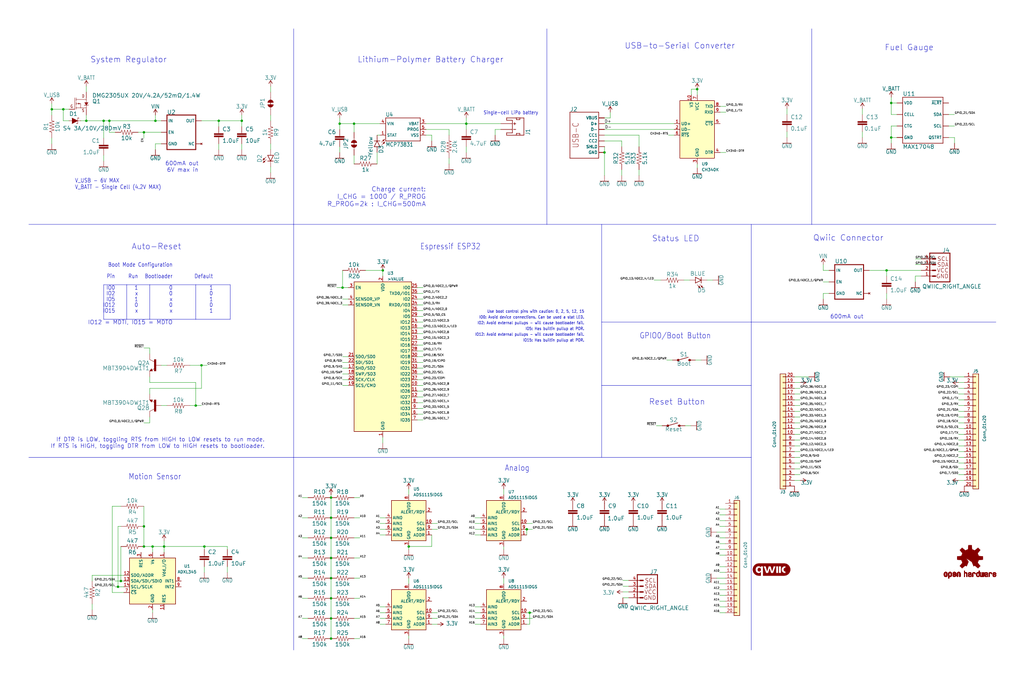
<source format=kicad_sch>
(kicad_sch (version 20230121) (generator eeschema)
  (paper "User" 451.815 299.39)
  (title_block (title "posture") (date "2023-02-28") (rev "0") (company "hasatio"))
  (lib_symbols
    (symbol "Analog_ADC:ADS1115IDGS"
      (property "Reference" "U" (at 2.54 13.97 0))
      (property "Value" "ADS1115IDGS" (at 7.62 11.43 0))
      (symbol "ADS1115IDGS_1_1"
        (pin input line (at 10.16 -5.08 180) (length 2.54) (name "ADDR") (number "1"))
        (pin input line (at 10.16 0 180) (length 2.54) (name "SCL") (number "10"))
        (pin output line (at 10.16 5.08 180) (length 2.54) (name "ALERT/RDY") (number "2"))
        (pin power_in line (at 0 -10.16 90) (length 2.54) (name "GND") (number "3"))
        (pin input line (at -10.16 2.54 0) (length 2.54) (name "AIN0") (number "4"))
        (pin input line (at -10.16 0 0) (length 2.54) (name "AIN1") (number "5"))
        (pin input line (at -10.16 -2.54 0) (length 2.54) (name "AIN2") (number "6"))
        (pin input line (at -10.16 -5.08 0) (length 2.54) (name "AIN3") (number "7"))
        (pin power_in line (at 0 12.7 270) (length 2.54) (name "VDD") (number "8"))
        (pin bidirectional line (at 10.16 -2.54 180) (length 2.54) (name "SDA") (number "9"))
      )
    )
    (symbol "Connector_Generic:Conn_01x20" (pin_names (offset 1.016) hide)
      (property "Reference" "J" (at 0 25.4 0))
      (property "Value" "Conn_01x20" (at 0 -27.94 0))
      (symbol "Conn_01x20_1_1"
        (pin passive line (at -5.08 22.86 0) (length 3.81) (name "Pin_1") (number "1"))
        (pin passive line (at -5.08 0 0) (length 3.81) (name "Pin_10") (number "10"))
        (pin passive line (at -5.08 -2.54 0) (length 3.81) (name "Pin_11") (number "11"))
        (pin passive line (at -5.08 -5.08 0) (length 3.81) (name "Pin_12") (number "12"))
        (pin passive line (at -5.08 -7.62 0) (length 3.81) (name "Pin_13") (number "13"))
        (pin passive line (at -5.08 -10.16 0) (length 3.81) (name "Pin_14") (number "14"))
        (pin passive line (at -5.08 -12.7 0) (length 3.81) (name "Pin_15") (number "15"))
        (pin passive line (at -5.08 -15.24 0) (length 3.81) (name "Pin_16") (number "16"))
        (pin passive line (at -5.08 -17.78 0) (length 3.81) (name "Pin_17") (number "17"))
        (pin passive line (at -5.08 -20.32 0) (length 3.81) (name "Pin_18") (number "18"))
        (pin passive line (at -5.08 -22.86 0) (length 3.81) (name "Pin_19") (number "19"))
        (pin passive line (at -5.08 20.32 0) (length 3.81) (name "Pin_2") (number "2"))
        (pin passive line (at -5.08 -25.4 0) (length 3.81) (name "Pin_20") (number "20"))
        (pin passive line (at -5.08 17.78 0) (length 3.81) (name "Pin_3") (number "3"))
        (pin passive line (at -5.08 15.24 0) (length 3.81) (name "Pin_4") (number "4"))
        (pin passive line (at -5.08 12.7 0) (length 3.81) (name "Pin_5") (number "5"))
        (pin passive line (at -5.08 10.16 0) (length 3.81) (name "Pin_6") (number "6"))
        (pin passive line (at -5.08 7.62 0) (length 3.81) (name "Pin_7") (number "7"))
        (pin passive line (at -5.08 5.08 0) (length 3.81) (name "Pin_8") (number "8"))
        (pin passive line (at -5.08 2.54 0) (length 3.81) (name "Pin_9") (number "9"))
      )
    )
    (symbol "Interface_USB:CH340K"
      (property "Reference" "U3" (at 1.9559 -14.986 0))
      (property "Value" "CH340K" (at 1.9559 -17.526 0))
      (symbol "CH340K_1_1"
        (pin bidirectional line (at -10.16 2.54 0) (length 2.54) (name "UD+") (number "1"))
        (pin passive line (at -2.54 15.24 270) (length 2.54) (name "V3") (number "10"))
        (pin bidirectional line (at -10.16 0 0) (length 2.54) (name "UD-") (number "2"))
        (pin power_in line (at 0 -15.24 90) (length 2.54) (name "GND") (number "3"))
        (pin output line (at 10.16 -10.16 180) (length 2.54) (name "DTR") (number "4"))
        (pin input line (at 10.16 2.54 180) (length 2.54) (name "~{CTS}") (number "5"))
        (pin output line (at -10.16 -2.54 0) (length 2.54) (name "~{RTS}") (number "6"))
        (pin power_in line (at 0 15.24 270) (length 2.54) (name "VCC") (number "7"))
        (pin output line (at 10.16 10.16 180) (length 2.54) (name "TXD") (number "8"))
        (pin input line (at 10.16 7.62 180) (length 2.54) (name "RXD") (number "9"))
      )
    )
    (symbol "RF_Module:ESP32-WROOM-32"
      (property "Reference" "U" (at -12.7 34.29 0))
      (property "Value" "ESP32-WROOM-32" (at 1.27 34.29 0))
      (symbol "ESP32-WROOM-32_1_1"
        (pin power_in line (at 0 -35.56 90) (length 2.54) (name "GND") (number "1"))
        (pin bidirectional line (at 15.24 -12.7 180) (length 2.54) (name "IO25") (number "10"))
        (pin bidirectional line (at 15.24 -15.24 180) (length 2.54) (name "IO26") (number "11"))
        (pin bidirectional line (at 15.24 -17.78 180) (length 2.54) (name "IO27") (number "12"))
        (pin bidirectional line (at 15.24 10.16 180) (length 2.54) (name "IO14") (number "13"))
        (pin bidirectional line (at 15.24 15.24 180) (length 2.54) (name "IO12") (number "14"))
        (pin passive line (at 0 -35.56 90) (length 2.54) hide (name "GND") (number "15"))
        (pin bidirectional line (at 15.24 12.7 180) (length 2.54) (name "IO13") (number "16"))
        (pin bidirectional line (at -15.24 -5.08 0) (length 2.54) (name "SHD/SD2") (number "17"))
        (pin bidirectional line (at -15.24 -7.62 0) (length 2.54) (name "SWP/SD3") (number "18"))
        (pin bidirectional line (at -15.24 -12.7 0) (length 2.54) (name "SCS/CMD") (number "19"))
        (pin power_in line (at 0 35.56 270) (length 2.54) (name "VDD") (number "2"))
        (pin bidirectional line (at -15.24 -10.16 0) (length 2.54) (name "SCK/CLK") (number "20"))
        (pin bidirectional line (at -15.24 0 0) (length 2.54) (name "SDO/SD0") (number "21"))
        (pin bidirectional line (at -15.24 -2.54 0) (length 2.54) (name "SDI/SD1") (number "22"))
        (pin bidirectional line (at 15.24 7.62 180) (length 2.54) (name "IO15") (number "23"))
        (pin bidirectional line (at 15.24 25.4 180) (length 2.54) (name "IO2") (number "24"))
        (pin bidirectional line (at 15.24 30.48 180) (length 2.54) (name "IO0") (number "25"))
        (pin bidirectional line (at 15.24 20.32 180) (length 2.54) (name "IO4") (number "26"))
        (pin bidirectional line (at 15.24 5.08 180) (length 2.54) (name "IO16") (number "27"))
        (pin bidirectional line (at 15.24 2.54 180) (length 2.54) (name "IO17") (number "28"))
        (pin bidirectional line (at 15.24 17.78 180) (length 2.54) (name "IO5") (number "29"))
        (pin input line (at -15.24 30.48 0) (length 2.54) (name "EN") (number "3"))
        (pin bidirectional line (at 15.24 0 180) (length 2.54) (name "IO18") (number "30"))
        (pin bidirectional line (at 15.24 -2.54 180) (length 2.54) (name "IO19") (number "31"))
        (pin no_connect line (at -12.7 -27.94 0) (length 2.54) hide (name "NC") (number "32"))
        (pin bidirectional line (at 15.24 -5.08 180) (length 2.54) (name "IO21") (number "33"))
        (pin bidirectional line (at 15.24 22.86 180) (length 2.54) (name "RXD0/IO3") (number "34"))
        (pin bidirectional line (at 15.24 27.94 180) (length 2.54) (name "TXD0/IO1") (number "35"))
        (pin bidirectional line (at 15.24 -7.62 180) (length 2.54) (name "IO22") (number "36"))
        (pin bidirectional line (at 15.24 -10.16 180) (length 2.54) (name "IO23") (number "37"))
        (pin passive line (at 0 -35.56 90) (length 2.54) hide (name "GND") (number "38"))
        (pin passive line (at 0 -35.56 90) (length 2.54) hide (name "GND") (number "39"))
        (pin input line (at -15.24 25.4 0) (length 2.54) (name "SENSOR_VP") (number "4"))
        (pin input line (at -15.24 22.86 0) (length 2.54) (name "SENSOR_VN") (number "5"))
        (pin input line (at 15.24 -25.4 180) (length 2.54) (name "IO34") (number "6"))
        (pin input line (at 15.24 -27.94 180) (length 2.54) (name "IO35") (number "7"))
        (pin bidirectional line (at 15.24 -20.32 180) (length 2.54) (name "IO32") (number "8"))
        (pin bidirectional line (at 15.24 -22.86 180) (length 2.54) (name "IO33") (number "9"))
      )
    )
    (symbol "Sensor_Motion:ADXL343"
      (property "Reference" "U" (at -8.89 11.43 0))
      (property "Value" "ADXL343" (at -7.62 -11.43 0))
      (symbol "ADXL343_1_1"
        (pin power_in line (at 5.08 12.7 270) (length 2.54) (name "Vdd_I/O") (number "1"))
        (pin no_connect line (at -5.08 -10.16 90) (length 2.54) hide (name "NC") (number "10"))
        (pin passive line (at 5.08 -12.7 90) (length 2.54) (name "RES") (number "11"))
        (pin bidirectional line (at -12.7 2.54 0) (length 2.54) (name "SDO/ADDR") (number "12"))
        (pin bidirectional line (at -12.7 0 0) (length 2.54) (name "SDA/SDI/SDIO") (number "13"))
        (pin input line (at -12.7 -2.54 0) (length 2.54) (name "SCL/SCLK") (number "14"))
        (pin power_in line (at 0 -12.7 90) (length 2.54) (name "GND") (number "2"))
        (pin passive line (at -5.08 12.7 270) (length 2.54) (name "RES") (number "3"))
        (pin passive line (at 0 -12.7 90) (length 2.54) hide (name "GND") (number "4"))
        (pin passive line (at 0 -12.7 90) (length 2.54) hide (name "GND") (number "5"))
        (pin power_in line (at 0 12.7 270) (length 2.54) (name "Vs") (number "6"))
        (pin input line (at -12.7 -5.08 0) (length 2.54) (name "~{CS}") (number "7"))
        (pin output line (at 12.7 0 180) (length 2.54) (name "INT1") (number "8"))
        (pin output line (at 12.7 -2.54 180) (length 2.54) (name "INT2") (number "9"))
      )
    )
    (symbol "SparkFun ESP32 Thing Plus C-eagle-import:0.1UF-0402T-16V-10%"
      (property "Reference" "C" (at 1.524 2.921 0))
      (property "Value" "0.1UF-0402T-16V-10%" (at 1.524 -2.159 0))
      (symbol "0.1UF-0402T-16V-10%_1_0"
        (pin passive line (at 0 5.08 270) (length 2.54) (name "1") (number "1"))
        (pin passive line (at 0 -2.54 90) (length 2.54) (name "2") (number "2"))
      )
    )
    (symbol "SparkFun ESP32 Thing Plus C-eagle-import:0.1UF-0402T-6.3V-10%-X7R"
      (property "Reference" "C" (at 1.524 2.921 0))
      (property "Value" "0.1UF-0402T-6.3V-10%-X7R" (at 1.524 -2.159 0))
      (symbol "0.1UF-0402T-6.3V-10%-X7R_1_0"
        (pin passive line (at 0 5.08 270) (length 2.54) (name "1") (number "1"))
        (pin passive line (at 0 -2.54 90) (length 2.54) (name "2") (number "2"))
      )
    )
    (symbol "SparkFun ESP32 Thing Plus C-eagle-import:1.0UF-0402T-16V-10%"
      (property "Reference" "C" (at 1.524 2.921 0))
      (property "Value" "1.0UF-0402T-16V-10%" (at 1.524 -2.159 0))
      (symbol "1.0UF-0402T-16V-10%_1_0"
        (pin passive line (at 0 5.08 270) (length 2.54) (name "1") (number "1"))
        (pin passive line (at 0 -2.54 90) (length 2.54) (name "2") (number "2"))
      )
    )
    (symbol "SparkFun ESP32 Thing Plus C-eagle-import:10KOHM-0402T-1{slash}16W-1%"
      (property "Reference" "R" (at 0 1.524 0))
      (property "Value" "10KOHM-0402T-1{slash}16W-1%" (at 0 -1.524 0))
      (symbol "10KOHM-0402T-1{slash}16W-1%_1_0"
        (pin passive line (at -5.08 0 0) (length 2.54) (name "1") (number "1"))
        (pin passive line (at 5.08 0 180) (length 2.54) (name "2") (number "2"))
      )
    )
    (symbol "SparkFun ESP32 Thing Plus C-eagle-import:10UF-0402T-6.3V-20%"
      (property "Reference" "C" (at 1.524 2.921 0))
      (property "Value" "10UF-0402T-6.3V-20%" (at 1.524 -2.159 0))
      (symbol "10UF-0402T-6.3V-20%_1_0"
        (pin passive line (at 0 5.08 270) (length 2.54) (name "1") (number "1"))
        (pin passive line (at 0 -2.54 90) (length 2.54) (name "2") (number "2"))
      )
    )
    (symbol "SparkFun ESP32 Thing Plus C-eagle-import:1KOHM-0402T-1{slash}16W-1%"
      (property "Reference" "R" (at 0 1.524 0))
      (property "Value" "1KOHM-0402T-1{slash}16W-1%" (at 0 -1.524 0))
      (symbol "1KOHM-0402T-1{slash}16W-1%_1_0"
        (pin passive line (at -5.08 0 0) (length 2.54) (name "1") (number "1"))
        (pin passive line (at 5.08 0 180) (length 2.54) (name "2") (number "2"))
      )
    )
    (symbol "SparkFun ESP32 Thing Plus C-eagle-import:2.0KOHM-0603-1{slash}10W-5%"
      (property "Reference" "R" (at 0 1.524 0))
      (property "Value" "2.0KOHM-0603-1{slash}10W-5%" (at 0 -1.524 0))
      (symbol "2.0KOHM-0603-1{slash}10W-5%_1_0"
        (pin passive line (at -5.08 0 0) (length 2.54) (name "1") (number "1"))
        (pin passive line (at 5.08 0 180) (length 2.54) (name "2") (number "2"))
      )
    )
    (symbol "SparkFun ESP32 Thing Plus C-eagle-import:3.3V" (power)
      (property "Value" "3.3V" (at 0 2.794 0))
      (symbol "3.3V_1_0"
        (pin power_in line (at 0 0 90) (length 2.54) (name "3.3V") (number "1"))
      )
    )
    (symbol "SparkFun ESP32 Thing Plus C-eagle-import:4.7UF-0402_TIGHT-6.3V-20%-X5R"
      (property "Reference" "C" (at 1.524 2.921 0))
      (property "Value" "4.7UF-0402_TIGHT-6.3V-20%-X5R" (at 1.524 -2.159 0))
      (symbol "4.7UF-0402_TIGHT-6.3V-20%-X5R_1_0"
        (pin passive line (at 0 5.08 270) (length 2.54) (name "1") (number "1"))
        (pin passive line (at 0 -2.54 90) (length 2.54) (name "2") (number "2"))
      )
    )
    (symbol "SparkFun ESP32 Thing Plus C-eagle-import:4.7UF-0603-35V-(20%)"
      (property "Reference" "C" (at 1.524 2.921 0))
      (property "Value" "4.7UF-0603-35V-(20%)" (at 1.524 -2.159 0))
      (symbol "4.7UF-0603-35V-(20%)_1_0"
        (pin passive line (at 0 5.08 270) (length 2.54) (name "1") (number "1"))
        (pin passive line (at 0 -2.54 90) (length 2.54) (name "2") (number "2"))
      )
    )
    (symbol "SparkFun ESP32 Thing Plus C-eagle-import:5.1KOHM-0402T-1{slash}16W-1%"
      (property "Reference" "R" (at 0 1.524 0))
      (property "Value" "5.1KOHM-0402T-1{slash}16W-1%" (at 0 -1.524 0))
      (symbol "5.1KOHM-0402T-1{slash}16W-1%_1_0"
        (pin passive line (at -5.08 0 0) (length 2.54) (name "1") (number "1"))
        (pin passive line (at 5.08 0 180) (length 2.54) (name "2") (number "2"))
      )
    )
    (symbol "SparkFun ESP32 Thing Plus C-eagle-import:DIODE-SCHOTTKY-BAT60A"
      (property "Reference" "D" (at -2.54 2.032 0))
      (property "Value" "DIODE-SCHOTTKY-BAT60A" (at -2.54 -2.032 0))
      (symbol "DIODE-SCHOTTKY-BAT60A_1_0"
        (pin passive line (at -2.54 0 0) (length 0) (name "A") (number "A"))
        (pin passive line (at 2.54 0 180) (length 0) (name "C") (number "C"))
      )
    )
    (symbol "SparkFun ESP32 Thing Plus C-eagle-import:GND" (power)
      (property "Value" "GND" (at 0 -0.254 0))
      (symbol "GND_1_0"
        (pin power_in line (at 0 2.54 270) (length 2.54) (name "GND") (number "1"))
      )
    )
    (symbol "SparkFun ESP32 Thing Plus C-eagle-import:JST_2MM_MALE"
      (property "Reference" "J" (at -2.54 5.842 0))
      (symbol "JST_2MM_MALE_1_0"
        (pin bidirectional line (at 0 -5.08 90) (length 5.08) (name "-") (number "1"))
        (pin bidirectional line (at 2.54 -5.08 90) (length 5.08) (name "+") (number "2"))
        (pin bidirectional line (at -2.54 2.54 90) (length 0) (name "PAD1") (number "NC1"))
        (pin bidirectional line (at 5.08 2.54 90) (length 0) (name "PAD2") (number "NC2"))
      )
    )
    (symbol "SparkFun ESP32 Thing Plus C-eagle-import:JUMPER-SMT_2_NC_TRACE_SILK"
      (property "Reference" "JP" (at -2.54 2.54 0))
      (property "Value" "JUMPER-SMT_2_NC_TRACE_SILK" (at -2.54 -2.54 0))
      (symbol "JUMPER-SMT_2_NC_TRACE_SILK_1_0"
        (pin passive line (at -5.08 0 0) (length 2.54) (name "1") (number "1"))
        (pin passive line (at 5.08 0 180) (length 2.54) (name "2") (number "2"))
      )
    )
    (symbol "SparkFun ESP32 Thing Plus C-eagle-import:LED-BLUE0603"
      (property "Reference" "D" (at -3.429 -4.572 90))
      (property "Value" "LED-BLUE0603" (at 1.905 -4.572 90))
      (symbol "LED-BLUE0603_1_0"
        (pin passive line (at 0 2.54 270) (length 2.54) (name "A") (number "A"))
        (pin passive line (at 0 -5.08 90) (length 2.54) (name "C") (number "C"))
      )
    )
    (symbol "SparkFun ESP32 Thing Plus C-eagle-import:LED-RED0603"
      (property "Reference" "D" (at -3.429 -4.572 90))
      (property "Value" "LED-RED0603" (at 1.905 -4.572 90))
      (symbol "LED-RED0603_1_0"
        (pin passive line (at 0 2.54 270) (length 2.54) (name "A") (number "A"))
        (pin passive line (at 0 -5.08 90) (length 2.54) (name "C") (number "C"))
      )
    )
    (symbol "SparkFun ESP32 Thing Plus C-eagle-import:LED-YELLOW0603"
      (property "Reference" "D" (at -3.429 -4.572 90))
      (property "Value" "LED-YELLOW0603" (at 1.905 -4.572 90))
      (symbol "LED-YELLOW0603_1_0"
        (pin passive line (at 0 2.54 270) (length 2.54) (name "A") (number "A"))
        (pin passive line (at 0 -5.08 90) (length 2.54) (name "C") (number "C"))
      )
    )
    (symbol "SparkFun ESP32 Thing Plus C-eagle-import:MAX17048DFN8"
      (property "Reference" "U" (at -10.16 10.668 0))
      (property "Value" "MAX17048DFN8" (at -10.16 -12.7 0))
      (symbol "MAX17048DFN8_1_0"
        (pin input line (at -12.7 -2.54 0) (length 2.54) (name "CTG") (number "1"))
        (pin input line (at -12.7 2.54 0) (length 2.54) (name "CELL") (number "2"))
        (pin bidirectional line (at -12.7 7.62 0) (length 2.54) (name "VDD") (number "3"))
        (pin bidirectional line (at -12.7 -7.62 0) (length 2.54) (name "GND") (number "4"))
        (pin bidirectional line (at 10.16 7.62 180) (length 2.54) (name "~{ALRT}") (number "5"))
        (pin bidirectional line (at 10.16 -7.62 180) (length 2.54) (name "QSTRT") (number "6"))
        (pin output line (at 10.16 -2.54 180) (length 2.54) (name "SCL") (number "7"))
        (pin input line (at 10.16 2.54 180) (length 2.54) (name "SDA") (number "8"))
        (pin bidirectional line (at -12.7 -7.62 0) (length 2.54) (name "GND") (number "9"))
      )
    )
    (symbol "SparkFun ESP32 Thing Plus C-eagle-import:MCP73831"
      (property "Reference" "U" (at -7.62 5.588 0))
      (property "Value" "MCP73831" (at -7.62 -7.62 0))
      (symbol "MCP73831_1_0"
        (pin output line (at -10.16 -2.54 0) (length 2.54) (name "STAT") (number "1"))
        (pin power_in line (at 10.16 -2.54 180) (length 2.54) (name "VSS") (number "2"))
        (pin power_in line (at 10.16 2.54 180) (length 2.54) (name "VBAT") (number "3"))
        (pin power_in line (at -10.16 2.54 0) (length 2.54) (name "VIN") (number "4"))
        (pin input line (at 10.16 0 180) (length 2.54) (name "PROG") (number "5"))
      )
    )
    (symbol "SparkFun ESP32 Thing Plus C-eagle-import:MOMENTARY-SWITCH-SPST-SMD-4.6X2.8MM"
      (property "Reference" "S" (at 0 1.524 0))
      (property "Value" "MOMENTARY-SWITCH-SPST-SMD-4.6X2.8MM" (at 0 -0.508 0))
      (symbol "MOMENTARY-SWITCH-SPST-SMD-4.6X2.8MM_1_0"
        (pin passive line (at -5.08 0 0) (length 2.54) (name "1") (number "1"))
        (pin passive line (at -5.08 0 0) (length 2.54) (name "1") (number "2"))
        (pin passive line (at 5.08 0 180) (length 2.54) (name "2") (number "3"))
        (pin passive line (at 5.08 0 180) (length 2.54) (name "2") (number "4"))
      )
    )
    (symbol "SparkFun ESP32 Thing Plus C-eagle-import:MOSFET_PCH-DMG2305UX-7"
      (property "Reference" "Q" (at 5.08 0 0))
      (property "Value" "MOSFET_PCH-DMG2305UX-7" (at 5.08 -2.54 0))
      (symbol "MOSFET_PCH-DMG2305UX-7_1_0"
        (text "D" (at 0.508 2.54 0) (effects (font (size 1.27 1.0795)) (justify left bottom)))
        (text "G" (at -3.302 -0.508 0) (effects (font (size 1.27 1.0795)) (justify right top)))
        (text "S" (at 0.508 -3.81 0) (effects (font (size 1.27 1.0795)) (justify left bottom)))
        (pin bidirectional line (at -5.08 -2.54 0) (length 2.54) (name "G") (number "1"))
        (pin bidirectional line (at 2.54 -5.08 90) (length 2.54) (name "S") (number "2"))
        (pin bidirectional line (at 2.54 5.08 270) (length 2.54) (name "D") (number "3"))
      )
    )
    (symbol "SparkFun ESP32 Thing Plus C-eagle-import:OSHW-LOGOMINI")
    (symbol "SparkFun ESP32 Thing Plus C-eagle-import:QWIIC_CONNECTORJS-1MM"
      (property "Reference" "J" (at -5.08 7.874 0))
      (property "Value" "QWIIC_CONNECTORJS-1MM" (at -5.08 -5.334 0))
      (symbol "QWIIC_CONNECTORJS-1MM_1_0"
        (text "GND" (at -4.572 -2.54 0) (effects (font (size 1.778 1.778)) (justify left)))
        (text "SCL" (at -4.572 5.08 0) (effects (font (size 1.778 1.778)) (justify left)))
        (text "SDA" (at -4.572 2.54 0) (effects (font (size 1.778 1.778)) (justify left)))
        (text "VCC" (at -4.572 0 0) (effects (font (size 1.778 1.778)) (justify left)))
        (pin power_in line (at 7.62 -2.54 180) (length 5.08) (name "1") (number "1"))
        (pin power_in line (at 7.62 0 180) (length 5.08) (name "2") (number "2"))
        (pin passive line (at 7.62 2.54 180) (length 5.08) (name "3") (number "3"))
        (pin passive line (at 7.62 5.08 180) (length 5.08) (name "4") (number "4"))
      )
    )
    (symbol "SparkFun ESP32 Thing Plus C-eagle-import:QWIIC_LOGO_4MM")
    (symbol "SparkFun ESP32 Thing Plus C-eagle-import:TRANS_NPN_DUAL-MBT3904DW1T1"
      (property "Reference" "Q" (at 2.54 0 0))
      (property "Value" "TRANS_NPN_DUAL-MBT3904DW1T1" (at 2.54 -2.286 0))
      (symbol "TRANS_NPN_DUAL-MBT3904DW1T1_1_0"
        (pin passive line (at 2.54 5.08 270) (length 2.54) (name "C") (number "3"))
        (pin passive line (at 2.54 -5.08 90) (length 2.54) (name "E") (number "4"))
        (pin passive line (at -2.54 0 0) (length 2.54) (name "B") (number "5"))
      )
      (symbol "TRANS_NPN_DUAL-MBT3904DW1T1_2_0"
        (pin passive line (at 2.54 -5.08 90) (length 2.54) (name "E") (number "1"))
        (pin passive line (at -2.54 0 0) (length 2.54) (name "B") (number "2"))
        (pin passive line (at 2.54 5.08 270) (length 2.54) (name "C") (number "6"))
      )
    )
    (symbol "SparkFun ESP32 Thing Plus C-eagle-import:USB_C_2-LAYER_PADS"
      (property "Reference" "J" (at -2.54 10.414 0))
      (property "Value" "USB_C_2-LAYER_PADS" (at -2.54 -12.446 0))
      (symbol "USB_C_2-LAYER_PADS_1_0"
        (text "USB-C" (at 0 0 900) (effects (font (size 2.54 2.159))))
        (pin bidirectional line (at 12.7 0 180) (length 2.54) (name "CC1") (number "A5"))
        (pin bidirectional line (at 12.7 5.08 180) (length 2.54) (name "D+") (number "A6"))
        (pin bidirectional line (at 12.7 2.54 180) (length 2.54) (name "D-") (number "A7"))
        (pin bidirectional line (at 12.7 -2.54 180) (length 2.54) (name "CC2") (number "B5"))
        (pin bidirectional line (at 12.7 5.08 180) (length 2.54) (name "D+") (number "B6"))
        (pin bidirectional line (at 12.7 2.54 180) (length 2.54) (name "D-") (number "B7"))
        (pin bidirectional line (at 12.7 -7.62 180) (length 2.54) (name "GND") (number "GND"))
        (pin bidirectional line (at 12.7 -7.62 180) (length 2.54) (name "GND") (number "GND2"))
        (pin bidirectional line (at 12.7 -5.08 180) (length 2.54) (name "SHLD") (number "SHLD1"))
        (pin bidirectional line (at 12.7 -5.08 180) (length 2.54) (name "SHLD") (number "SHLD2"))
        (pin bidirectional line (at 12.7 -5.08 180) (length 2.54) (name "SHLD") (number "SHLD3"))
        (pin bidirectional line (at 12.7 -5.08 180) (length 2.54) (name "SHLD") (number "SHLD4"))
        (pin bidirectional line (at 12.7 7.62 180) (length 2.54) (name "VBUS") (number "VBUS1"))
        (pin bidirectional line (at 12.7 7.62 180) (length 2.54) (name "VBUS") (number "VBUS2"))
      )
    )
    (symbol "SparkFun ESP32 Thing Plus C-eagle-import:VIN" (power)
      (property "Value" "VIN" (at 0 2.794 0))
      (symbol "VIN_1_0"
        (pin power_in line (at 0 0 90) (length 2.54) (name "VIN") (number "1"))
      )
    )
    (symbol "SparkFun ESP32 Thing Plus C-eagle-import:V_BATT" (power)
      (property "Value" "V_BATT" (at 0 2.794 0))
      (symbol "V_BATT_1_0"
        (pin power_in line (at 0 0 90) (length 2.54) (name "V_BATT") (number "1"))
      )
    )
    (symbol "SparkFun ESP32 Thing Plus C-eagle-import:V_REG_AP2112K-3.3V"
      (property "Reference" "U" (at -7.62 7.874 0))
      (property "Value" "V_REG_AP2112K-3.3V" (at -7.62 -7.874 0))
      (symbol "V_REG_AP2112K-3.3V_1_0"
        (pin input line (at -10.16 5.08 0) (length 2.54) (name "IN") (number "1"))
        (pin input line (at -10.16 -5.08 0) (length 2.54) (name "GND") (number "2"))
        (pin input line (at -10.16 0 0) (length 2.54) (name "EN") (number "3"))
        (pin no_connect line (at 7.62 -5.08 180) (length 2.54) (name "NC") (number "4"))
        (pin passive line (at 7.62 5.08 180) (length 2.54) (name "OUT") (number "5"))
      )
    )
    (symbol "SparkFun ESP32 Thing Plus C-eagle-import:V_USB" (power)
      (property "Value" "V_USB" (at 0 2.794 0))
      (symbol "V_USB_1_0"
        (pin power_in line (at 0 0 90) (length 2.54) (name "V_USB") (number "1"))
      )
    )
  )
  (junction (at 146.05 237.49))
  (junction (at 52.07 259.08))
  (junction (at 45.72 53.34))
  (junction (at 151.13 127))
  (junction (at 146.05 228.6))
  (junction (at 149.86 54.61))
  (junction (at 63.5 241.3))
  (junction (at 180.34 241.3))
  (junction (at 146.05 219.71))
  (junction (at 266.7 67.31))
  (junction (at 146.05 246.38))
  (junction (at 233.68 270.51))
  (junction (at 168.91 119.38))
  (junction (at 146.05 264.16))
  (junction (at 307.594 39.37))
  (junction (at 88.9 161.29))
  (junction (at 63.5 58.42))
  (junction (at 205.74 54.61))
  (junction (at 90.17 241.3))
  (junction (at 86.36 179.07))
  (junction (at 391.16 119.38))
  (junction (at 27.94 48.26))
  (junction (at 38.1 53.34))
  (junction (at 48.26 53.34))
  (junction (at 393.192 60.706))
  (junction (at 393.192 45.466))
  (junction (at 72.39 241.3))
  (junction (at 63.5 232.41))
  (junction (at 146.05 255.27))
  (junction (at 106.68 53.34))
  (junction (at 146.05 273.05))
  (junction (at 146.05 281.94))
  (junction (at 22.86 48.26))
  (junction (at 67.31 241.3))
  (junction (at 232.41 233.68))
  (junction (at 68.58 53.34))
  (junction (at 96.52 53.34))
  (junction (at 156.21 54.61))
  (junction (at 53.34 256.54))
  (wire (pts (xy 151.13 167.64) (xy 153.67 167.64)))
  (wire (pts (xy 186.69 144.78) (xy 184.15 144.78)))
  (wire (pts (xy 350.52 201.93) (xy 353.06 201.93)))
  (wire (pts (xy 421.132 60.706) (xy 421.132 63.246)))
  (wire (pts (xy 133.35 255.27) (xy 135.89 255.27)))
  (wire (pts (xy 151.13 134.62) (xy 153.67 134.62)))
  (wire (pts (xy 317.5 245.11) (xy 320.04 245.11)))
  (polyline (pts (xy 331.47 142.24) (xy 439.42 142.24)))
  (wire (pts (xy 88.9 171.45) (xy 88.9 161.29)))
  (wire (pts (xy 380.492 58.166) (xy 380.492 60.706)))
  (wire (pts (xy 151.13 165.1) (xy 153.67 165.1)))
  (wire (pts (xy 167.64 270.51) (xy 170.18 270.51)))
  (wire (pts (xy 168.91 119.38) (xy 168.91 121.92)))
  (wire (pts (xy 153.67 127) (xy 151.13 127)))
  (wire (pts (xy 350.52 171.45) (xy 353.06 171.45)))
  (wire (pts (xy 186.69 134.62) (xy 184.15 134.62)))
  (wire (pts (xy 422.91 199.39) (xy 425.45 199.39)))
  (wire (pts (xy 347.218 58.166) (xy 347.218 60.706)))
  (wire (pts (xy 52.07 259.08) (xy 54.61 259.08)))
  (wire (pts (xy 68.58 53.34) (xy 48.26 53.34)))
  (wire (pts (xy 158.75 219.71) (xy 156.21 219.71)))
  (wire (pts (xy 418.592 55.626) (xy 421.132 55.626)))
  (wire (pts (xy 68.58 53.34) (xy 68.58 50.8)))
  (wire (pts (xy 71.12 63.5) (xy 68.58 63.5)))
  (polyline (pts (xy 265.43 170.18) (xy 331.47 170.18)))
  (polyline (pts (xy 101.6 125.73) (xy 101.6 140.97)))
  (wire (pts (xy 422.91 186.69) (xy 425.45 186.69)))
  (wire (pts (xy 422.91 204.47) (xy 425.45 204.47)))
  (wire (pts (xy 53.34 241.3) (xy 53.34 256.54)))
  (wire (pts (xy 383.54 119.38) (xy 391.16 119.38)))
  (wire (pts (xy 209.55 270.51) (xy 212.09 270.51)))
  (wire (pts (xy 395.732 50.546) (xy 393.192 50.546)))
  (wire (pts (xy 198.12 57.15) (xy 198.12 59.69)))
  (wire (pts (xy 146.05 219.71) (xy 146.05 228.6)))
  (wire (pts (xy 187.96 59.69) (xy 190.5 59.69)))
  (wire (pts (xy 350.52 168.91) (xy 353.06 168.91)))
  (wire (pts (xy 66.04 186.69) (xy 63.5 186.69)))
  (wire (pts (xy 307.594 39.37) (xy 305.054 39.37)))
  (wire (pts (xy 52.07 232.41) (xy 52.07 259.08)))
  (wire (pts (xy 266.7 54.61) (xy 297.434 54.61)))
  (polyline (pts (xy 129.54 201.93) (xy 265.43 201.93)))
  (polyline (pts (xy 45.72 140.97) (xy 45.72 125.73)))
  (wire (pts (xy 274.32 77.47) (xy 274.32 74.93)))
  (wire (pts (xy 86.36 168.91) (xy 66.04 168.91)))
  (wire (pts (xy 38.1 38.1) (xy 38.1 40.64)))
  (wire (pts (xy 50.8 259.08) (xy 52.07 259.08)))
  (wire (pts (xy 151.13 132.08) (xy 153.67 132.08)))
  (wire (pts (xy 40.64 269.24) (xy 40.64 266.7)))
  (wire (pts (xy 149.86 67.31) (xy 149.86 64.77)))
  (wire (pts (xy 418.592 50.546) (xy 421.132 50.546)))
  (wire (pts (xy 156.21 54.61) (xy 167.64 54.61)))
  (wire (pts (xy 350.52 191.77) (xy 353.06 191.77)))
  (wire (pts (xy 22.86 63.5) (xy 22.86 60.96)))
  (wire (pts (xy 186.69 149.86) (xy 184.15 149.86)))
  (wire (pts (xy 190.5 59.69) (xy 190.5 62.23)))
  (wire (pts (xy 86.36 179.07) (xy 88.9 179.07)))
  (wire (pts (xy 350.52 207.01) (xy 353.06 207.01)))
  (wire (pts (xy 73.66 179.07) (xy 71.12 179.07)))
  (wire (pts (xy 316.23 255.27) (xy 320.04 255.27)))
  (wire (pts (xy 186.69 185.42) (xy 184.15 185.42)))
  (wire (pts (xy 63.5 58.42) (xy 63.5 60.96)))
  (wire (pts (xy 149.86 54.61) (xy 149.86 52.07)))
  (wire (pts (xy 306.832 159.004) (xy 309.372 159.004)))
  (wire (pts (xy 209.55 267.97) (xy 212.09 267.97)))
  (wire (pts (xy 317.5 252.73) (xy 320.04 252.73)))
  (wire (pts (xy 205.74 54.61) (xy 187.96 54.61)))
  (wire (pts (xy 205.74 57.15) (xy 205.74 54.61)))
  (wire (pts (xy 73.66 161.29) (xy 71.12 161.29)))
  (wire (pts (xy 133.35 228.6) (xy 135.89 228.6)))
  (wire (pts (xy 233.68 270.51) (xy 232.41 270.51)))
  (wire (pts (xy 27.94 53.34) (xy 30.48 53.34)))
  (wire (pts (xy 391.16 119.38) (xy 406.4 119.38)))
  (wire (pts (xy 266.7 62.23) (xy 274.32 62.23)))
  (wire (pts (xy 146.05 228.6) (xy 146.05 237.49)))
  (wire (pts (xy 53.34 256.54) (xy 54.61 256.54)))
  (wire (pts (xy 151.13 119.38) (xy 151.13 127)))
  (wire (pts (xy 314.452 123.698) (xy 311.912 123.698)))
  (wire (pts (xy 395.732 55.626) (xy 393.192 55.626)))
  (wire (pts (xy 266.7 67.31) (xy 266.7 77.47)))
  (wire (pts (xy 186.69 180.34) (xy 184.15 180.34)))
  (wire (pts (xy 187.96 57.15) (xy 198.12 57.15)))
  (wire (pts (xy 158.75 237.49) (xy 156.21 237.49)))
  (wire (pts (xy 320.294 67.31) (xy 317.754 67.31)))
  (wire (pts (xy 274.828 261.366) (xy 277.368 261.366)))
  (wire (pts (xy 167.64 233.68) (xy 170.18 233.68)))
  (wire (pts (xy 274.32 62.23) (xy 274.32 64.77)))
  (wire (pts (xy 209.55 275.59) (xy 212.09 275.59)))
  (wire (pts (xy 167.64 267.97) (xy 170.18 267.97)))
  (wire (pts (xy 50.8 256.54) (xy 53.34 256.54)))
  (wire (pts (xy 350.52 189.23) (xy 353.06 189.23)))
  (wire (pts (xy 393.192 60.706) (xy 393.192 63.246)))
  (wire (pts (xy 146.05 264.16) (xy 146.05 273.05)))
  (polyline (pts (xy 86.36 125.73) (xy 86.36 140.97)))
  (wire (pts (xy 133.35 219.71) (xy 135.89 219.71)))
  (wire (pts (xy 88.9 161.29) (xy 91.44 161.29)))
  (wire (pts (xy 63.5 58.42) (xy 71.12 58.42)))
  (wire (pts (xy 90.17 241.3) (xy 90.17 242.57)))
  (wire (pts (xy 347.218 48.006) (xy 347.218 50.546)))
  (wire (pts (xy 205.74 67.31) (xy 205.74 64.77)))
  (wire (pts (xy 380.492 48.006) (xy 380.492 50.546)))
  (wire (pts (xy 96.52 66.04) (xy 96.52 63.5)))
  (wire (pts (xy 38.1 53.34) (xy 45.72 53.34)))
  (wire (pts (xy 266.7 59.69) (xy 281.94 59.69)))
  (polyline (pts (xy 331.47 287.02) (xy 331.47 201.93)))
  (wire (pts (xy 186.69 137.16) (xy 184.15 137.16)))
  (wire (pts (xy 22.86 50.8) (xy 22.86 48.26)))
  (wire (pts (xy 209.55 228.6) (xy 212.09 228.6)))
  (wire (pts (xy 297.434 59.69) (xy 294.894 59.69)))
  (wire (pts (xy 168.91 195.58) (xy 168.91 193.04)))
  (wire (pts (xy 149.86 54.61) (xy 156.21 54.61)))
  (wire (pts (xy 277.368 263.906) (xy 274.828 263.906)))
  (wire (pts (xy 317.5 260.35) (xy 320.04 260.35)))
  (wire (pts (xy 198.12 69.85) (xy 198.12 72.39)))
  (wire (pts (xy 151.13 170.18) (xy 153.67 170.18)))
  (wire (pts (xy 133.35 264.16) (xy 135.89 264.16)))
  (wire (pts (xy 180.34 242.57) (xy 180.34 241.3)))
  (wire (pts (xy 422.91 168.91) (xy 425.45 168.91)))
  (wire (pts (xy 151.13 160.02) (xy 153.67 160.02)))
  (wire (pts (xy 63.5 241.3) (xy 67.31 241.3)))
  (wire (pts (xy 180.34 281.94) (xy 180.34 280.67)))
  (polyline (pts (xy 265.43 99.06) (xy 331.47 99.06)))
  (wire (pts (xy 72.39 238.76) (xy 72.39 241.3)))
  (wire (pts (xy 146.05 237.49) (xy 146.05 246.38)))
  (wire (pts (xy 119.38 38.1) (xy 119.38 40.64)))
  (wire (pts (xy 90.17 241.3) (xy 72.39 241.3)))
  (wire (pts (xy 119.38 63.5) (xy 119.38 66.04)))
  (wire (pts (xy 350.52 209.55) (xy 353.06 209.55)))
  (wire (pts (xy 119.38 50.8) (xy 119.38 53.34)))
  (wire (pts (xy 317.754 49.53) (xy 320.294 49.53)))
  (wire (pts (xy 45.72 53.34) (xy 45.72 60.96)))
  (wire (pts (xy 193.04 233.68) (xy 190.5 233.68)))
  (wire (pts (xy 422.91 209.55) (xy 425.45 209.55)))
  (wire (pts (xy 40.64 254) (xy 40.64 256.54)))
  (wire (pts (xy 158.75 273.05) (xy 156.21 273.05)))
  (wire (pts (xy 186.69 142.24) (xy 184.15 142.24)))
  (wire (pts (xy 350.52 176.53) (xy 353.06 176.53)))
  (wire (pts (xy 158.75 228.6) (xy 156.21 228.6)))
  (polyline (pts (xy 86.36 140.97) (xy 66.04 140.97)))
  (wire (pts (xy 317.5 267.97) (xy 320.04 267.97)))
  (wire (pts (xy 186.69 129.54) (xy 184.15 129.54)))
  (wire (pts (xy 422.91 176.53) (xy 425.45 176.53)))
  (wire (pts (xy 167.64 275.59) (xy 170.18 275.59)))
  (wire (pts (xy 66.04 186.69) (xy 66.04 184.15)))
  (wire (pts (xy 209.55 273.05) (xy 212.09 273.05)))
  (wire (pts (xy 422.91 171.45) (xy 425.45 171.45)))
  (wire (pts (xy 90.17 252.73) (xy 90.17 250.19)))
  (wire (pts (xy 218.44 57.15) (xy 220.98 57.15)))
  (wire (pts (xy 186.69 152.4) (xy 184.15 152.4)))
  (polyline (pts (xy 45.72 125.73) (xy 55.88 125.73)))
  (wire (pts (xy 66.04 156.21) (xy 66.04 153.67)))
  (wire (pts (xy 393.192 45.466) (xy 393.192 42.926)))
  (wire (pts (xy 166.37 67.31) (xy 166.37 72.39)))
  (wire (pts (xy 106.68 50.8) (xy 106.68 53.34)))
  (polyline (pts (xy 12.7 99.06) (xy 129.54 99.06)))
  (wire (pts (xy 146.05 255.27) (xy 146.05 264.16)))
  (wire (pts (xy 317.5 227.33) (xy 320.04 227.33)))
  (wire (pts (xy 393.192 50.546) (xy 393.192 45.466)))
  (wire (pts (xy 133.35 281.94) (xy 135.89 281.94)))
  (wire (pts (xy 186.69 127) (xy 184.15 127)))
  (wire (pts (xy 53.34 232.41) (xy 52.07 232.41)))
  (wire (pts (xy 406.4 114.3) (xy 403.86 114.3)))
  (polyline (pts (xy 241.3 99.06) (xy 265.43 99.06)))
  (wire (pts (xy 166.37 59.69) (xy 167.64 59.69)))
  (wire (pts (xy 365.76 119.38) (xy 363.22 119.38)))
  (polyline (pts (xy 331.47 201.93) (xy 331.47 170.18)))
  (wire (pts (xy 35.56 53.34) (xy 38.1 53.34)))
  (wire (pts (xy 350.52 179.07) (xy 353.06 179.07)))
  (wire (pts (xy 422.91 194.31) (xy 425.45 194.31)))
  (wire (pts (xy 68.58 63.5) (xy 68.58 66.04)))
  (wire (pts (xy 180.34 255.27) (xy 180.34 257.81)))
  (wire (pts (xy 363.22 119.38) (xy 363.22 116.84)))
  (polyline (pts (xy 129.54 99.06) (xy 129.54 287.02)))
  (polyline (pts (xy 86.36 125.73) (xy 101.6 125.73)))
  (polyline (pts (xy 331.47 99.06) (xy 358.14 99.06)))
  (wire (pts (xy 317.5 229.87) (xy 320.04 229.87)))
  (wire (pts (xy 27.94 48.26) (xy 22.86 48.26)))
  (wire (pts (xy 22.86 45.72) (xy 22.86 48.26)))
  (polyline (pts (xy 55.88 125.73) (xy 66.04 125.73)))
  (wire (pts (xy 60.96 58.42) (xy 63.5 58.42)))
  (polyline (pts (xy 265.43 142.24) (xy 265.43 99.06)))
  (wire (pts (xy 363.22 129.54) (xy 363.22 132.08)))
  (wire (pts (xy 186.69 154.94) (xy 184.15 154.94)))
  (wire (pts (xy 222.25 255.27) (xy 222.25 257.81)))
  (wire (pts (xy 274.828 258.826) (xy 277.368 258.826)))
  (wire (pts (xy 27.94 48.26) (xy 27.94 53.34)))
  (wire (pts (xy 316.23 234.95) (xy 320.04 234.95)))
  (wire (pts (xy 158.75 281.94) (xy 156.21 281.94)))
  (wire (pts (xy 422.91 173.99) (xy 425.45 173.99)))
  (wire (pts (xy 391.16 119.38) (xy 391.16 121.92)))
  (wire (pts (xy 96.52 53.34) (xy 106.68 53.34)))
  (wire (pts (xy 186.69 157.48) (xy 184.15 157.48)))
  (wire (pts (xy 317.754 46.99) (xy 320.294 46.99)))
  (wire (pts (xy 149.86 54.61) (xy 149.86 57.15)))
  (wire (pts (xy 266.7 57.15) (xy 297.434 57.15)))
  (wire (pts (xy 363.22 124.46) (xy 365.76 124.46)))
  (wire (pts (xy 393.192 55.626) (xy 393.192 60.706)))
  (wire (pts (xy 133.35 246.38) (xy 135.89 246.38)))
  (wire (pts (xy 190.5 241.3) (xy 180.34 241.3)))
  (polyline (pts (xy 129.54 99.06) (xy 241.3 99.06)))
  (wire (pts (xy 186.69 132.08) (xy 184.15 132.08)))
  (wire (pts (xy 232.41 275.59) (xy 233.68 275.59)))
  (wire (pts (xy 205.74 52.07) (xy 205.74 54.61)))
  (polyline (pts (xy 55.88 140.97) (xy 45.72 140.97)))
  (wire (pts (xy 146.05 246.38) (xy 146.05 255.27)))
  (wire (pts (xy 186.69 165.1) (xy 184.15 165.1)))
  (wire (pts (xy 167.64 231.14) (xy 170.18 231.14)))
  (wire (pts (xy 222.25 242.57) (xy 222.25 241.3)))
  (polyline (pts (xy 129.54 12.7) (xy 129.54 99.06)))
  (polyline (pts (xy 331.47 142.24) (xy 331.47 142.24)))
  (polyline (pts (xy 331.47 170.18) (xy 331.47 142.24)))
  (wire (pts (xy 193.04 231.14) (xy 190.5 231.14)))
  (wire (pts (xy 317.5 270.51) (xy 320.04 270.51)))
  (wire (pts (xy 86.36 179.07) (xy 86.36 168.91)))
  (wire (pts (xy 156.21 68.58) (xy 156.21 72.39)))
  (wire (pts (xy 209.55 233.68) (xy 212.09 233.68)))
  (wire (pts (xy 72.39 243.84) (xy 72.39 241.3)))
  (wire (pts (xy 48.26 53.34) (xy 45.72 53.34)))
  (wire (pts (xy 406.4 116.84) (xy 403.86 116.84)))
  (wire (pts (xy 100.33 252.73) (xy 100.33 250.19)))
  (wire (pts (xy 422.91 212.09) (xy 425.45 212.09)))
  (wire (pts (xy 222.25 215.9) (xy 222.25 218.44)))
  (wire (pts (xy 67.31 241.3) (xy 67.31 243.84)))
  (polyline (pts (xy 66.04 125.73) (xy 66.04 140.97)))
  (polyline (pts (xy 66.04 125.73) (xy 86.36 125.73)))
  (wire (pts (xy 30.48 48.26) (xy 27.94 48.26)))
  (wire (pts (xy 38.1 50.8) (xy 38.1 53.34)))
  (wire (pts (xy 133.35 237.49) (xy 135.89 237.49)))
  (wire (pts (xy 151.13 157.48) (xy 153.67 157.48)))
  (wire (pts (xy 186.69 175.26) (xy 184.15 175.26)))
  (wire (pts (xy 288.544 123.698) (xy 291.592 123.698)))
  (wire (pts (xy 418.592 60.706) (xy 421.132 60.706)))
  (wire (pts (xy 88.9 53.34) (xy 96.52 53.34)))
  (wire (pts (xy 193.04 275.59) (xy 190.5 275.59)))
  (wire (pts (xy 158.75 264.16) (xy 156.21 264.16)))
  (wire (pts (xy 422.91 184.15) (xy 425.45 184.15)))
  (wire (pts (xy 66.04 171.45) (xy 88.9 171.45)))
  (wire (pts (xy 96.52 53.34) (xy 96.52 55.88)))
  (wire (pts (xy 317.5 257.81) (xy 320.04 257.81)))
  (wire (pts (xy 350.52 212.09) (xy 353.06 212.09)))
  (wire (pts (xy 186.69 139.7) (xy 184.15 139.7)))
  (wire (pts (xy 304.292 123.698) (xy 301.752 123.698)))
  (wire (pts (xy 422.91 196.85) (xy 425.45 196.85)))
  (wire (pts (xy 406.4 121.92) (xy 403.86 121.92)))
  (wire (pts (xy 156.21 54.61) (xy 156.21 58.42)))
  (wire (pts (xy 167.64 273.05) (xy 170.18 273.05)))
  (wire (pts (xy 133.35 273.05) (xy 135.89 273.05)))
  (wire (pts (xy 209.55 236.22) (xy 212.09 236.22)))
  (wire (pts (xy 63.5 232.41) (xy 63.5 241.3)))
  (wire (pts (xy 151.13 162.56) (xy 153.67 162.56)))
  (wire (pts (xy 218.44 57.15) (xy 218.44 59.69)))
  (wire (pts (xy 119.38 76.2) (xy 119.38 73.66)))
  (wire (pts (xy 350.52 204.47) (xy 353.06 204.47)))
  (wire (pts (xy 66.04 173.99) (xy 66.04 171.45)))
  (wire (pts (xy 209.55 231.14) (xy 212.09 231.14)))
  (wire (pts (xy 350.52 184.15) (xy 353.06 184.15)))
  (wire (pts (xy 350.52 196.85) (xy 353.06 196.85)))
  (wire (pts (xy 66.04 168.91) (xy 66.04 166.37)))
  (wire (pts (xy 422.91 191.77) (xy 425.45 191.77)))
  (wire (pts (xy 234.95 273.05) (xy 232.41 273.05)))
  (wire (pts (xy 186.69 177.8) (xy 184.15 177.8)))
  (wire (pts (xy 161.29 119.38) (xy 168.91 119.38)))
  (wire (pts (xy 49.53 261.62) (xy 54.61 261.62)))
  (wire (pts (xy 365.76 129.54) (xy 363.22 129.54)))
  (wire (pts (xy 233.68 275.59) (xy 233.68 270.51)))
  (wire (pts (xy 54.61 254) (xy 40.64 254)))
  (wire (pts (xy 419.1 166.37) (xy 425.45 166.37)))
  (wire (pts (xy 83.82 161.29) (xy 88.9 161.29)))
  (wire (pts (xy 277.368 256.286) (xy 274.828 256.286)))
  (wire (pts (xy 180.34 215.9) (xy 180.34 218.44)))
  (wire (pts (xy 45.72 68.58) (xy 45.72 71.12)))
  (polyline (pts (xy 265.43 170.18) (xy 265.43 142.24)))
  (wire (pts (xy 350.52 173.99) (xy 353.06 173.99)))
  (wire (pts (xy 234.95 270.51) (xy 233.68 270.51)))
  (wire (pts (xy 151.13 127) (xy 148.59 127)))
  (wire (pts (xy 186.69 162.56) (xy 184.15 162.56)))
  (polyline (pts (xy 101.6 140.97) (xy 86.36 140.97)))
  (wire (pts (xy 317.5 232.41) (xy 320.04 232.41)))
  (wire (pts (xy 146.05 218.44) (xy 146.05 219.71)))
  (wire (pts (xy 269.24 52.07) (xy 269.24 49.53)))
  (polyline (pts (xy 265.43 170.18) (xy 265.43 201.93)))
  (wire (pts (xy 350.52 166.37) (xy 356.87 166.37)))
  (wire (pts (xy 193.04 273.05) (xy 190.5 273.05)))
  (wire (pts (xy 100.33 242.57) (xy 100.33 241.3)))
  (wire (pts (xy 350.52 194.31) (xy 353.06 194.31)))
  (wire (pts (xy 186.69 170.18) (xy 184.15 170.18)))
  (wire (pts (xy 106.68 53.34) (xy 106.68 55.88)))
  (wire (pts (xy 106.68 66.04) (xy 106.68 63.5)))
  (polyline (pts (xy 358.14 12.7) (xy 358.14 99.06)))
  (wire (pts (xy 83.82 179.07) (xy 86.36 179.07)))
  (wire (pts (xy 53.34 223.52) (xy 49.53 223.52)))
  (wire (pts (xy 317.5 240.03) (xy 320.04 240.03)))
  (wire (pts (xy 296.672 159.004) (xy 294.132 159.004)))
  (wire (pts (xy 158.75 255.27) (xy 156.21 255.27)))
  (wire (pts (xy 186.69 172.72) (xy 184.15 172.72)))
  (wire (pts (xy 67.31 241.3) (xy 72.39 241.3)))
  (wire (pts (xy 350.52 199.39) (xy 353.06 199.39)))
  (wire (pts (xy 292.1 187.96) (xy 289.56 187.96)))
  (wire (pts (xy 281.94 77.47) (xy 281.94 74.93)))
  (wire (pts (xy 307.594 41.91) (xy 307.594 39.37)))
  (wire (pts (xy 234.95 231.14) (xy 232.41 231.14)))
  (wire (pts (xy 317.5 237.49) (xy 320.04 237.49)))
  (wire (pts (xy 222.25 281.94) (xy 222.25 280.67)))
  (wire (pts (xy 234.95 233.68) (xy 232.41 233.68)))
  (polyline (pts (xy 55.88 125.73) (xy 55.88 140.97)))
  (wire (pts (xy 422.91 201.93) (xy 425.45 201.93)))
  (wire (pts (xy 190.5 236.22) (xy 190.5 241.3)))
  (wire (pts (xy 317.5 262.89) (xy 320.04 262.89)))
  (wire (pts (xy 186.69 182.88) (xy 184.15 182.88)))
  (wire (pts (xy 48.26 58.42) (xy 48.26 53.34)))
  (wire (pts (xy 422.91 179.07) (xy 425.45 179.07)))
  (wire (pts (xy 49.53 223.52) (xy 49.53 261.62)))
  (wire (pts (xy 422.91 207.01) (xy 425.45 207.01)))
  (wire (pts (xy 393.192 45.466) (xy 395.732 45.466)))
  (wire (pts (xy 63.5 223.52) (xy 63.5 232.41)))
  (wire (pts (xy 281.94 59.69) (xy 281.94 64.77)))
  (wire (pts (xy 220.98 54.61) (xy 205.74 54.61)))
  (wire (pts (xy 266.7 64.77) (xy 266.7 67.31)))
  (wire (pts (xy 186.69 147.32) (xy 184.15 147.32)))
  (wire (pts (xy 71.12 53.34) (xy 68.58 53.34)))
  (wire (pts (xy 167.64 236.22) (xy 170.18 236.22)))
  (wire (pts (xy 317.5 265.43) (xy 320.04 265.43)))
  (wire (pts (xy 146.05 273.05) (xy 146.05 281.94)))
  (wire (pts (xy 391.16 132.08) (xy 391.16 129.54)))
  (polyline (pts (xy 331.47 201.93) (xy 265.43 201.93)))
  (wire (pts (xy 403.86 121.92) (xy 403.86 124.46)))
  (wire (pts (xy 193.04 270.51) (xy 190.5 270.51)))
  (polyline (pts (xy 265.43 142.24) (xy 331.47 142.24)))
  (polyline (pts (xy 12.7 201.93) (xy 129.54 201.93)))
  (wire (pts (xy 422.91 181.61) (xy 425.45 181.61)))
  (wire (pts (xy 302.26 187.96) (xy 304.8 187.96)))
  (polyline (pts (xy 331.47 142.24) (xy 331.47 99.06)))
  (wire (pts (xy 186.69 167.64) (xy 184.15 167.64)))
  (wire (pts (xy 100.33 241.3) (xy 90.17 241.3)))
  (wire (pts (xy 232.41 233.68) (xy 232.41 236.22)))
  (wire (pts (xy 317.5 242.57) (xy 320.04 242.57)))
  (wire (pts (xy 158.75 246.38) (xy 156.21 246.38)))
  (wire (pts (xy 50.8 58.42) (xy 48.26 58.42)))
  (polyline (pts (xy 358.14 99.06) (xy 439.42 99.06)))
  (wire (pts (xy 317.5 224.79) (xy 320.04 224.79)))
  (wire (pts (xy 350.52 186.69) (xy 353.06 186.69)))
  (wire (pts (xy 305.054 41.91) (xy 305.054 39.37)))
  (wire (pts (xy 167.64 228.6) (xy 170.18 228.6)))
  (wire (pts (xy 317.5 250.19) (xy 320.04 250.19)))
  (wire (pts (xy 186.69 160.02) (xy 184.15 160.02)))
  (wire (pts (xy 422.91 189.23) (xy 425.45 189.23)))
  (wire (pts (xy 66.04 153.67) (xy 63.5 153.67)))
  (wire (pts (xy 269.24 52.07) (xy 266.7 52.07)))
  (wire (pts (xy 67.31 270.51) (xy 67.31 269.24)))
  (wire (pts (xy 395.732 60.706) (xy 393.192 60.706)))
  (wire (pts (xy 350.52 181.61) (xy 353.06 181.61)))
  (polyline (pts (xy 241.3 12.7) (xy 241.3 99.06)))
  (polyline (pts (xy 66.04 140.97) (xy 55.88 140.97)))
  (wire (pts (xy 307.594 74.168) (xy 307.594 72.39)))
  (text "Fuel Gauge" (at 411.988 22.606 0) (effects (font (size 2.54 2.54)) (justify right bottom)))
  (text "Auto-Reset" (at 80.01 110.49 0) (effects (font (size 2.54 2.54)) (justify right bottom)))
  (text "IO15" (at 50.8 138.43 0) (effects (font (size 1.778 1.5113)) (justify right bottom)))
  (text "Boot Mode Configuration" (at 76.2 118.11 0) (effects (font (size 1.778 1.5113)) (justify right bottom)))
  (text "1" (at 60.96 133.35 0) (effects (font (size 1.778 1.5113)) (justify right bottom)))
  (text "0" (at 93.98 130.81 0) (effects (font (size 1.778 1.5113)) (justify right bottom)))
  (text "Reset Button" (at 311.15 179.07 0) (effects (font (size 2.54 2.54)) (justify right bottom)))
  (text "x" (at 76.2 138.43 0) (effects (font (size 1.778 1.5113)) (justify right bottom)))
  (text "Default" (at 93.98 123.19 0) (effects (font (size 1.778 1.5113)) (justify right bottom)))
  (text "Pin" (at 50.8 123.19 0) (effects (font (size 1.778 1.5113)) (justify right bottom)))
  (text "IO5: Has builtin pullup at POR." (at 257.81 146.05 0) (effects (font (size 1.27 1.0795)) (justify right bottom)))
  (text "IO5" (at 50.8 133.35 0) (effects (font (size 1.778 1.5113)) (justify right bottom)))
  (text "Run" (at 60.96 123.19 0) (effects (font (size 1.778 1.5113)) (justify right bottom)))
  (text "Qwiic Connector" (at 389.89 106.68 0) (effects (font (size 2.54 2.54)) (justify right bottom)))
  (text "IO0" (at 50.8 128.27 0) (effects (font (size 1.778 1.5113)) (justify right bottom)))
  (text "V_USB - 6V MAX\nV_BATT - Single Cell (4.2V MAX)" (at 33.02 83.82 0) (effects (font (size 1.778 1.5113)) (justify left bottom)))
  (text "Lithium-Polymer Battery Charger" (at 222.25 27.94 0) (effects (font (size 2.54 2.54)) (justify right bottom)))
  (text "IO2" (at 50.8 130.81 0) (effects (font (size 1.778 1.5113)) (justify right bottom)))
  (text "0" (at 76.2 128.27 0) (effects (font (size 1.778 1.5113)) (justify right bottom)))
  (text "1" (at 93.98 133.35 0) (effects (font (size 1.778 1.5113)) (justify right bottom)))
  (text "IO12: Avoid external pullups - will cause bootloader fail." (at 257.81 148.59 0) (effects (font (size 1.27 1.0795)) (justify right bottom)))
  (text "Espressif ESP32" (at 212.09 110.49 0) (effects (font (size 2.54 2.159)) (justify right bottom)))
  (text "IO12" (at 50.8 135.89 0) (effects (font (size 1.778 1.5113)) (justify right bottom)))
  (text "0" (at 76.2 130.81 0) (effects (font (size 1.778 1.5113)) (justify right bottom)))
  (text "0" (at 60.96 135.89 0) (effects (font (size 1.778 1.5113)) (justify right bottom)))
  (text "USB-to-Serial Converter" (at 324.358 21.844 0) (effects (font (size 2.54 2.54)) (justify right bottom)))
  (text "IO15: Has builtin pullup at POR." (at 257.81 151.13 0) (effects (font (size 1.27 1.0795)) (justify right bottom)))
  (text "Motion Sensor" (at 80.01 212.09 0) (effects (font (size 2.54 2.159)) (justify right bottom)))
  (text "Analog\n" (at 233.68 208.28 0) (effects (font (size 2.54 2.159)) (justify right bottom)))
  (text "x" (at 76.2 133.35 0) (effects (font (size 1.778 1.5113)) (justify right bottom)))
  (text "Status LED" (at 308.61 106.934 0) (effects (font (size 2.54 2.54)) (justify right bottom)))
  (text "Bootloader" (at 76.2 123.19 0) (effects (font (size 1.778 1.5113)) (justify right bottom)))
  (text "Use boot control pins with caution: 0, 2, 5, 12, 15" (at 257.81 138.43 0) (effects (font (size 1.27 1.0795)) (justify right bottom)))
  (text "x" (at 60.96 138.43 0) (effects (font (size 1.778 1.5113)) (justify right bottom)))
  (text "GPIO0/Boot Button" (at 313.69 149.86 0) (effects (font (size 2.54 2.159)) (justify right bottom)))
  (text "x" (at 60.96 130.81 0) (effects (font (size 1.778 1.5113)) (justify right bottom)))
  (text "Charge current:\nI_CHG = 1000 / R_PROG\nR_PROG=2k : I_CHG=500mA" (at 187.96 91.44 0) (effects (font (size 2.032 2.032)) (justify right bottom)))
  (text "Single-cell LiPo battery" (at 237.49 50.8 0) (effects (font (size 1.524 1.2954)) (justify right bottom)))
  (text "IO0: Avoid device connections. Can be used a stat LED." (at 257.81 140.97 0) (effects (font (size 1.27 1.0795)) (justify right bottom)))
  (text "0" (at 93.98 135.89 0) (effects (font (size 1.778 1.5113)) (justify right bottom)))
  (text "1" (at 93.98 128.27 0) (effects (font (size 1.778 1.5113)) (justify right bottom)))
  (text "600mA out" (at 381 140.97 0) (effects (font (size 1.778 1.778)) (justify right bottom)))
  (text "600mA out\n6V max in" (at 87.63 76.2 0) (effects (font (size 1.778 1.778)) (justify right bottom)))
  (text "1" (at 93.98 138.43 0) (effects (font (size 1.778 1.5113)) (justify right bottom)))
  (text "If DTR is LOW, toggling RTS from HIGH to LOW resets to run mode.\nIf RTS is HIGH, toggling DTR from LOW to HIGH resets to bootloader." (at 116.84 198.12 0) (effects (font (size 1.778 1.778)) (justify right bottom)))
  (text "IO2: Avoid external pullups - will cause bootloader fail." (at 257.81 143.51 0) (effects (font (size 1.27 1.0795)) (justify right bottom)))
  (text "1" (at 60.96 128.27 0) (effects (font (size 1.778 1.5113)) (justify right bottom)))
  (text "0" (at 76.2 135.89 0) (effects (font (size 1.778 1.5113)) (justify right bottom)))
  (text "IO12 = MDTI, IO15 = MDTO" (at 76.2 143.51 0) (effects (font (size 1.778 1.778)) (justify right bottom)))
  (text "System Regulator" (at 73.66 27.94 0) (effects (font (size 2.54 2.54)) (justify right bottom)))
  (label "GPIO_10{slash}SWP" (at 353.06 204.47 0) (effects (font (size 0.889 0.889))))
  (label "A3" (at 167.64 233.68 180) (effects (font (size 0.889 0.889))))
  (label "GPIO_39/ADC1_3" (at 151.13 134.62 180) (effects (font (size 0.889 0.889))))
  (label "A9" (at 158.75 219.71 0) (effects (font (size 0.889 0.889))))
  (label "A5" (at 133.35 255.27 180) (effects (font (size 0.889 0.889))))
  (label "GPIO_32/ADC1_4" (at 353.06 181.61 0) (effects (font (size 0.889 0.889))))
  (label "GPIO_22/SCL" (at 234.95 231.14 0) (effects (font (size 0.889 0.889))))
  (label "A5" (at 167.64 267.97 180) (effects (font (size 0.889 0.889))))
  (label "GPIO_21/SDA" (at 186.69 162.56 0) (effects (font (size 0.889 0.889))))
  (label "GPIO_15/ADC2_3" (at 422.91 204.47 180) (effects (font (size 0.889 0.889))))
  (label "A1" (at 317.5 224.79 180) (effects (font (size 0.889 0.889))))
  (label "GPIO_22/SCL" (at 422.91 173.99 180) (effects (font (size 0.889 0.889))))
  (label "GPIO_5/SD_CS" (at 422.91 189.23 180) (effects (font (size 0.889 0.889))))
  (label "A4" (at 133.35 246.38 180) (effects (font (size 0.889 0.889))))
  (label "GPIO_18/SCK" (at 422.91 186.69 180) (effects (font (size 0.889 0.889))))
  (label "A12" (at 209.55 236.22 180) (effects (font (size 0.889 0.889))))
  (label "GPIO_21/SDA" (at 422.91 181.61 180) (effects (font (size 0.889 0.889))))
  (label "GPIO_14/ADC2_6" (at 353.06 194.31 0) (effects (font (size 0.889 0.889))))
  (label "GPIO_19/CIPO" (at 422.91 184.15 180) (effects (font (size 0.889 0.889))))
  (label "A15" (at 317.5 267.97 180) (effects (font (size 0.889 0.889))))
  (label "GPIO_22/SCL" (at 421.132 55.626 0) (effects (font (size 0.889 0.889))))
  (label "GPIO_9{slash}SHD" (at 151.13 162.56 180) (effects (font (size 0.889 0.889))))
  (label "A16" (at 317.5 270.51 180) (effects (font (size 0.889 0.889))))
  (label "GPIO_27/ADC2_7" (at 186.69 175.26 0) (effects (font (size 0.889 0.889))))
  (label "CH340-DTR" (at 91.44 161.29 0) (effects (font (size 0.889 0.889))))
  (label "GPIO_22/SCL" (at 403.86 114.3 0) (effects (font (size 0.889 0.889))))
  (label "GPIO_5/SD_CS" (at 186.69 139.7 0) (effects (font (size 0.889 0.889))))
  (label "GPIO_21/SDA" (at 50.8 256.54 180) (effects (font (size 0.889 0.889))))
  (label "EN" (at 63.5 60.96 270) (effects (font (size 0.889 0.889))))
  (label "A14" (at 209.55 270.51 180) (effects (font (size 0.889 0.889))))
  (label "GPIO_3/RX" (at 186.69 134.62 0) (effects (font (size 0.889 0.889))))
  (label "GPIO_1{slash}TX" (at 320.294 49.53 0) (effects (font (size 0.889 0.889))))
  (label "GPIO_39/ADC1_3" (at 353.06 173.99 0) (effects (font (size 0.889 0.889))))
  (label "A6" (at 133.35 264.16 180) (effects (font (size 0.889 0.889))))
  (label "GPIO_21/SDA" (at 274.828 258.826 180) (effects (font (size 0.889 0.889))))
  (label "~{RESET}" (at 148.59 127 180) (effects (font (size 0.889 0.889))))
  (label "A4" (at 317.5 232.41 180) (effects (font (size 0.889 0.889))))
  (label "A13" (at 158.75 255.27 0) (effects (font (size 0.889 0.889))))
  (label "A11" (at 209.55 233.68 180) (effects (font (size 0.889 0.889))))
  (label "A11" (at 158.75 237.49 0) (effects (font (size 0.889 0.889))))
  (label "GPIO_6{slash}SCK" (at 353.06 209.55 0) (effects (font (size 0.889 0.889))))
  (label "GPIO_7{slash}SDO" (at 151.13 157.48 180) (effects (font (size 0.889 0.889))))
  (label "A8" (at 317.5 245.11 180) (effects (font (size 0.889 0.889))))
  (label "GPIO_21/SDA" (at 193.04 233.68 0) (effects (font (size 0.889 0.889))))
  (label "D-" (at 266.8428 57.15 0))
  (label "GPIO_17/TX" (at 422.91 191.77 180) (effects (font (size 0.889 0.889))))
  (label "A2" (at 167.64 231.14 180) (effects (font (size 0.889 0.889))))
  (label "GPIO_32/ADC1_4" (at 186.69 177.8 0) (effects (font (size 0.889 0.889))))
  (label "A12" (at 158.75 246.38 0) (effects (font (size 0.889 0.889))))
  (label "GPIO_22/SCL" (at 186.69 165.1 0) (effects (font (size 0.889 0.889))))
  (label "GPIO_21/SDA" (at 193.04 273.05 0) (effects (font (size 0.889 0.889))))
  (label "GPIO_21/SDA" (at 234.95 233.68 0) (effects (font (size 0.889 0.889))))
  (label "A2" (at 317.5 227.33 180) (effects (font (size 0.889 0.889))))
  (label "~{RESET}" (at 63.5 153.67 180) (effects (font (size 0.889 0.889))))
  (label "~{RESET}" (at 289.56 187.96 180) (effects (font (size 0.889 0.889))))
  (label "A10" (at 317.5 252.73 180) (effects (font (size 0.889 0.889))))
  (label "GPIO_11{slash}SCS" (at 151.13 170.18 180) (effects (font (size 0.889 0.889))))
  (label "GPIO_3{slash}RX" (at 320.294 46.99 0) (effects (font (size 0.889 0.889))))
  (label "GPIO_27/ADC2_7" (at 353.06 191.77 0) (effects (font (size 0.889 0.889))))
  (label "GPIO_35/ADC1_7" (at 353.06 179.07 0) (effects (font (size 0.889 0.889))))
  (label "GPIO_25/ADC2_8" (at 353.06 186.69 0) (effects (font (size 0.889 0.889))))
  (label "GPIO_33/ADC1_5" (at 353.06 184.15 0) (effects (font (size 0.889 0.889))))
  (label "A10" (at 158.75 228.6 0) (effects (font (size 0.889 0.889))))
  (label "GPIO_3/RX" (at 422.91 179.07 180) (effects (font (size 0.889 0.889))))
  (label "A6" (at 317.5 240.03 180) (effects (font (size 0.889 0.889))))
  (label "GPIO_11{slash}SCS" (at 353.06 207.01 0) (effects (font (size 0.889 0.889))))
  (label "A13" (at 317.5 262.89 180) (effects (font (size 0.889 0.889))))
  (label "GPIO_22/SCL" (at 50.8 259.08 180) (effects (font (size 0.889 0.889))))
  (label "GPIO_0/ADC2_1/QPWR" (at 422.91 199.39 180) (effects (font (size 0.889 0.889))))
  (label "GPIO_0/ADC2_1/QPWR" (at 186.69 127 0) (effects (font (size 0.889 0.889))))
  (label "GPIO_25/ADC2_8" (at 186.69 170.18 0) (effects (font (size 0.889 0.889))))
  (label "A16" (at 209.55 275.59 180) (effects (font (size 0.889 0.889))))
  (label "A16" (at 158.75 281.94 0) (effects (font (size 0.889 0.889))))
  (label "GPIO_10{slash}SWP" (at 151.13 165.1 180) (effects (font (size 0.889 0.889))))
  (label "A1" (at 133.35 219.71 180) (effects (font (size 0.889 0.889))))
  (label "GPIO_23/COPI" (at 422.91 171.45 180) (effects (font (size 0.889 0.889))))
  (label "GPIO_16/RX" (at 422.91 194.31 180) (effects (font (size 0.889 0.889))))
  (label "A2" (at 133.35 228.6 180) (effects (font (size 0.889 0.889))))
  (label "GPIO_13/ADC2_4/LED" (at 186.69 144.78 0) (effects (font (size 0.889 0.889))))
  (label "A8" (at 167.64 275.59 180) (effects (font (size 0.889 0.889))))
  (label "GPIO_36/ADC1_0" (at 353.06 171.45 0) (effects (font (size 0.889 0.889))))
  (label "A14" (at 317.5 265.43 180) (effects (font (size 0.889 0.889))))
  (label "GPIO_26/ADC2_9" (at 186.69 172.72 0) (effects (font (size 0.889 0.889))))
  (label "GPIO_34/ADC1_6" (at 353.06 176.53 0) (effects (font (size 0.889 0.889))))
  (label "GPIO_6{slash}SCK" (at 151.13 167.64 180) (effects (font (size 0.889 0.889))))
  (label "GPIO_0/ADC2_1/QPWR" (at 63.5 186.69 180) (effects (font (size 0.889 0.889))))
  (label "A8" (at 133.35 281.94 180) (effects (font (size 0.889 0.889))))
  (label "GPIO_22/SCL" (at 193.04 270.51 0) (effects (font (size 0.889 0.889))))
  (label "GPIO_22/SCL" (at 193.04 231.14 0) (effects (font (size 0.889 0.889))))
  (label "GPIO_21/SDA" (at 234.95 273.05 0) (effects (font (size 0.889 0.889))))
  (label "GPIO_34/ADC1_6" (at 186.69 182.88 0) (effects (font (size 0.889 0.889))))
  (label "A5" (at 317.5 237.49 180) (effects (font (size 0.889 0.889))))
  (label "GPIO_17/TX" (at 186.69 154.94 0) (effects (font (size 0.889 0.889))))
  (label "A3" (at 133.35 237.49 180) (effects (font (size 0.889 0.889))))
  (label "GPIO_14/ADC2_6" (at 186.69 147.32 0) (effects (font (size 0.889 0.889))))
  (label "GPIO_9{slash}SHD" (at 353.06 201.93 0) (effects (font (size 0.889 0.889))))
  (label "GPIO_2/ADC2_2" (at 186.69 132.08 0) (effects (font (size 0.889 0.889))))
  (label "GPIO_0/ADC2_1/QPWR" (at 294.132 159.004 180) (effects (font (size 0.889 0.889))))
  (label "GPIO_23/COPI" (at 186.69 167.64 0) (effects (font (size 0.889 0.889))))
  (label "GPIO_36/ADC1_0" (at 151.13 132.08 180) (effects (font (size 0.889 0.889))))
  (label "CH340-DTR" (at 320.294 67.31 0) (effects (font (size 0.889 0.889))))
  (label "GPIO_18/SCK" (at 186.69 157.48 0) (effects (font (size 0.889 0.889))))
  (label "GPIO_12/ADC2_5" (at 186.69 142.24 0) (effects (font (size 0.889 0.889))))
  (label "GPIO_13/ADC2_4/LED" (at 353.06 199.39 0) (effects (font (size 0.889 0.889))))
  (label "D+" (at 266.7 54.61 0))
  (label "GPIO_1/TX" (at 186.69 129.54 0) (effects (font (size 0.889 0.889))))
  (label "GPIO_1/TX" (at 422.91 176.53 180) (effects (font (size 0.889 0.889))))
  (label "GPIO_16/RX" (at 186.69 152.4 0) (effects (font (size 0.889 0.889))))
  (label "GPIO_4/ADC2_0" (at 186.69 137.16 0) (effects (font (size 0.889 0.889))))
  (label "GPIO_2/ADC2_2" (at 422.91 201.93 180) (effects (font (size 0.889 0.889))))
  (label "GPIO_4/ADC2_0" (at 422.91 196.85 180) (effects (font (size 0.889 0.889))))
  (label "A9" (at 317.5 250.19 180) (effects (font (size 0.889 0.889))))
  (label "A15" (at 209.55 273.05 180) (effects (font (size 0.889 0.889))))
  (label "A7" (at 317.5 242.57 180) (effects (font (size 0.889 0.889))))
  (label "GPIO_0/ADC2_1/QPWR" (at 363.22 124.46 180) (effects (font (size 0.889 0.889))))
  (label "A13" (at 209.55 267.97 180) (effects (font (size 0.889 0.889))))
  (label "GPIO_19/CIPO" (at 186.69 160.02 0) (effects (font (size 0.889 0.889))))
  (label "GPIO_7{slash}SDO" (at 422.91 209.55 180) (effects (font (size 0.889 0.889))))
  (label "GPIO_26/ADC2_9" (at 353.06 189.23 0) (effects (font (size 0.889 0.889))))
  (label "GPIO_33/ADC1_5" (at 186.69 180.34 0) (effects (font (size 0.889 0.889))))
  (label "A7" (at 167.64 273.05 180) (effects (font (size 0.889 0.889))))
  (label "A12" (at 317.5 260.35 180) (effects (font (size 0.889 0.889))))
  (label "GPIO_8{slash}SDI" (at 151.13 160.02 180) (effects (font (size 0.889 0.889))))
  (label "GPIO_15/ADC2_3" (at 186.69 149.86 0) (effects (font (size 0.889 0.889))))
  (label "GPIO_8{slash}SDI" (at 422.91 207.01 180) (effects (font (size 0.889 0.889))))
  (label "GPIO_22/SCL" (at 234.95 270.51 0) (effects (font (size 0.889 0.889))))
  (label "A15" (at 158.75 273.05 0) (effects (font (size 0.889 0.889))))
  (label "GPIO_21/SDA" (at 421.132 50.546 0) (effects (font (size 0.889 0.889))))
  (label "A6" (at 167.64 270.51 180) (effects (font (size 0.889 0.889))))
  (label "A9" (at 209.55 228.6 180) (effects (font (size 0.889 0.889))))
  (label "GPIO_12/ADC2_5" (at 353.06 196.85 0) (effects (font (size 0.889 0.889))))
  (label "CH340-RTS" (at 294.894 59.69 180) (effects (font (size 0.889 0.889))))
  (label "A14" (at 158.75 264.16 0) (effects (font (size 0.889 0.889))))
  (label "GPIO_35/ADC1_7" (at 186.69 185.42 0) (effects (font (size 0.889 0.889))))
  (label "GPIO_21/SDA" (at 403.86 116.84 0) (effects (font (size 0.889 0.889))))
  (label "A7" (at 133.35 273.05 180) (effects (font (size 0.889 0.889))))
  (label "A10" (at 209.55 231.14 180) (effects (font (size 0.889 0.889))))
  (label "A1" (at 167.64 228.6 180) (effects (font (size 0.889 0.889))))
  (label "GPIO_13/ADC2_4/LED" (at 288.544 123.698 180) (effects (font (size 0.889 0.889))))
  (label "GPIO_22/SCL" (at 274.828 256.286 180) (effects (font (size 0.889 0.889))))
  (label "A3" (at 317.5 229.87 180) (effects (font (size 0.889 0.889))))
  (label "A4" (at 167.64 236.22 180) (effects (font (size 0.889 0.889))))
  (label "CH340-RTS" (at 88.9 179.07 0) (effects (font (size 0.889 0.889))))
  (label "A11" (at 317.5 257.81 180) (effects (font (size 0.889 0.889))))
  (symbol (lib_id "SparkFun ESP32 Thing Plus C-eagle-import:DIODE-SCHOTTKY-BAT60A") (at 33.02 53.34 0) (unit 1)
    (property "Reference" "D1" (at 30.48 51.308 0) (effects (font (size 1.778 1.778)) (justify left bottom)))
    (property "Value" "S4 3A/10V/280mV" (at 27.686 55.626 0) (effects (font (size 1.778 1.778)) (justify left top)))
    (property "Footprint" "SparkFun ESP32 Thing Plus C:SOD-323" (effects hide))
  )
  (symbol (lib_id "SparkFun ESP32 Thing Plus C-eagle-import:GND") (at 292.1 232.41 0) (unit 1)
    (property "Reference" "#GND0107" (effects hide))
    (property "Value" "GND" (at 292.1 232.664 0) (effects (font (size 1.778 1.5113)) (justify top)))
    (property "Footprint" "SparkFun ESP32 Thing Plus C:" (effects hide))
  )
  (symbol (lib_id "SparkFun ESP32 Thing Plus C-eagle-import:10KOHM-0402T-1{slash}16W-1%") (at 151.13 219.71 0) (unit 1)
    (property "Reference" "R18" (at 151.13 218.186 0) (effects (font (size 1.778 1.778)) (justify bottom)))
    (property "Value" "150k" (at 151.13 221.234 0) (effects (font (size 1.778 1.778)) (justify top)))
    (property "Footprint" "SparkFun ESP32 Thing Plus C:0402-TIGHT" (effects hide))
  )
  (symbol (lib_id "SparkFun ESP32 Thing Plus C-eagle-import:GND") (at 313.69 255.27 270) (unit 1)
    (property "Reference" "#GND0104" (effects hide))
    (property "Value" "GND" (at 313.436 255.27 0) (effects (font (size 1.778 1.5113)) (justify top)))
    (property "Footprint" "SparkFun ESP32 Thing Plus C:" (effects hide))
  )
  (symbol (lib_id "SparkFun ESP32 Thing Plus C-eagle-import:V_REG_AP2112K-3.3V") (at 375.92 124.46 0) (unit 1)
    (property "Reference" "U10" (at 368.3 116.332 0) (effects (font (size 1.778 1.778)) (justify left bottom)))
    (property "Value" "AP2112K-3.3" (at 368.3 134.62 0) (effects (font (size 1.778 1.778)) (justify left bottom)))
    (property "Footprint" "SparkFun ESP32 Thing Plus C:SOT23-5" (effects hide))
  )
  (symbol (lib_id "SparkFun ESP32 Thing Plus C-eagle-import:GND") (at 96.52 68.58 0) (unit 1)
    (property "Reference" "#GND07" (effects hide))
    (property "Value" "GND" (at 96.52 68.834 0) (effects (font (size 1.778 1.5113)) (justify top)))
    (property "Footprint" "SparkFun ESP32 Thing Plus C:" (effects hide))
  )
  (symbol (lib_id "SparkFun ESP32 Thing Plus C-eagle-import:3.3V") (at 146.05 218.44 0) (mirror y) (unit 1)
    (property "Reference" "#SUPPLY0102" (effects hide))
    (property "Value" "3.3V" (at 146.05 215.646 0) (effects (font (size 1.778 1.5113)) (justify bottom)))
    (property "Footprint" "SparkFun ESP32 Thing Plus C:" (effects hide))
  )
  (symbol (lib_id "SparkFun ESP32 Thing Plus C-eagle-import:3.3V") (at 353.06 168.91 270) (unit 1)
    (property "Reference" "#SUPPLY025" (effects hide))
    (property "Value" "3.3V" (at 355.854 168.91 90) (effects (font (size 1.778 1.5113)) (justify bottom)))
    (property "Footprint" "SparkFun ESP32 Thing Plus C:" (effects hide))
  )
  (symbol (lib_id "SparkFun ESP32 Thing Plus C-eagle-import:GND") (at 168.91 198.12 0) (unit 1)
    (property "Reference" "#GND013" (effects hide))
    (property "Value" "GND" (at 168.91 198.12 0) (effects (font (size 1.778 1.5113)) (justify top)))
    (property "Footprint" "SparkFun ESP32 Thing Plus C:" (effects hide))
  )
  (symbol (lib_id "SparkFun ESP32 Thing Plus C-eagle-import:V_USB") (at 269.24 49.53 0) (unit 1)
    (property "Reference" "#SUPPLY020" (effects hide))
    (property "Value" "V_USB" (at 269.24 46.736 0) (effects (font (size 1.778 1.5113)) (justify bottom)))
    (property "Footprint" "SparkFun ESP32 Thing Plus C:" (effects hide))
  )
  (symbol (lib_id "SparkFun ESP32 Thing Plus C-eagle-import:3.3V") (at 353.06 212.09 270) (unit 1)
    (property "Reference" "#SUPPLY026" (effects hide))
    (property "Value" "3.3V" (at 355.854 212.09 90) (effects (font (size 1.778 1.5113)) (justify top)))
    (property "Footprint" "SparkFun ESP32 Thing Plus C:" (effects hide))
  )
  (symbol (lib_id "SparkFun ESP32 Thing Plus C-eagle-import:GND") (at 416.56 166.37 270) (unit 1)
    (property "Reference" "#GND044" (effects hide))
    (property "Value" "GND" (at 416.306 166.37 0) (effects (font (size 1.778 1.5113)) (justify top)))
    (property "Footprint" "SparkFun ESP32 Thing Plus C:" (effects hide))
  )
  (symbol (lib_id "SparkFun ESP32 Thing Plus C-eagle-import:GND") (at 307.34 187.96 90) (unit 1)
    (property "Reference" "#GND033" (effects hide))
    (property "Value" "GND" (at 307.594 187.96 0) (effects (font (size 1.778 1.5113)) (justify top)))
    (property "Footprint" "SparkFun ESP32 Thing Plus C:" (effects hide))
  )
  (symbol (lib_id "SparkFun ESP32 Thing Plus C-eagle-import:USB_C_2-LAYER_PADS") (at 254 59.69 0) (unit 1)
    (property "Reference" "J2" (at 251.46 49.276 0) (effects (font (size 1.778 1.778)) (justify left bottom)))
    (property "Value" "USB_C_2-LAYER_PADS" (effects hide))
    (property "Footprint" "SparkFun ESP32 Thing Plus C:USB-C-16P-2LAYER-PADS" (effects hide))
  )
  (symbol (lib_id "SparkFun ESP32 Thing Plus C-eagle-import:10KOHM-0402T-1{slash}16W-1%") (at 140.97 219.71 0) (unit 1)
    (property "Reference" "R10" (at 140.97 218.186 0) (effects (font (size 1.778 1.778)) (justify bottom)))
    (property "Value" "150k" (at 140.97 221.234 0) (effects (font (size 1.778 1.778)) (justify top)))
    (property "Footprint" "SparkFun ESP32 Thing Plus C:0402-TIGHT" (effects hide))
  )
  (symbol (lib_id "SparkFun ESP32 Thing Plus C-eagle-import:5.1KOHM-0402T-1{slash}16W-1%") (at 274.32 69.85 90) (unit 1)
    (property "Reference" "R32" (at 272.796 69.85 0) (effects (font (size 1.778 1.778)) (justify bottom)))
    (property "Value" "5.1k" (at 275.844 69.85 0) (effects (font (size 1.778 1.778)) (justify top)))
    (property "Footprint" "SparkFun ESP32 Thing Plus C:0402-TIGHT" (effects hide))
  )
  (symbol (lib_id "SparkFun ESP32 Thing Plus C-eagle-import:0.1UF-0402T-6.3V-10%-X7R") (at 347.218 55.626 0) (unit 1)
    (property "Reference" "C12" (at 348.742 52.705 0) (effects (font (size 1.778 1.778)) (justify left bottom)))
    (property "Value" "0.1uF" (at 348.742 57.785 0) (effects (font (size 1.778 1.778)) (justify left bottom)))
    (property "Footprint" "SparkFun ESP32 Thing Plus C:0402-TIGHT" (effects hide))
  )
  (symbol (lib_id "SparkFun ESP32 Thing Plus C-eagle-import:LED-BLUE0603") (at 306.832 123.698 90) (unit 1)
    (property "Reference" "D5" (at 311.404 127.127 90) (effects (font (size 1.778 1.778)) (justify left bottom)))
    (property "Value" "BLUE" (at 311.404 121.793 90) (effects (font (size 1.778 1.778)) (justify left top)))
    (property "Footprint" "SparkFun ESP32 Thing Plus C:LED-0603" (effects hide))
  )
  (symbol (lib_id "SparkFun ESP32 Thing Plus C-eagle-import:10KOHM-0402T-1{slash}16W-1%") (at 22.86 55.88 90) (unit 1)
    (property "Reference" "R1" (at 21.336 55.88 0) (effects (font (size 1.778 1.778)) (justify bottom)))
    (property "Value" "10k" (at 24.384 55.88 0) (effects (font (size 1.778 1.778)) (justify top)))
    (property "Footprint" "SparkFun ESP32 Thing Plus C:0402-TIGHT" (effects hide))
  )
  (symbol (lib_id "SparkFun ESP32 Thing Plus C-eagle-import:3.3V") (at 292.1 222.25 0) (mirror y) (unit 1)
    (property "Reference" "#SUPPLY0110" (effects hide))
    (property "Value" "3.3V" (at 292.1 219.456 0) (effects (font (size 1.778 1.5113)) (justify bottom)))
    (property "Footprint" "SparkFun ESP32 Thing Plus C:" (effects hide))
  )
  (symbol (lib_id "SparkFun ESP32 Thing Plus C-eagle-import:GND") (at 198.12 74.93 0) (unit 1)
    (property "Reference" "#GND015" (effects hide))
    (property "Value" "GND" (at 198.12 75.184 0) (effects (font (size 1.778 1.5113)) (justify top)))
    (property "Footprint" "SparkFun ESP32 Thing Plus C:" (effects hide))
  )
  (symbol (lib_id "SparkFun ESP32 Thing Plus C-eagle-import:GND") (at 380.492 63.246 0) (unit 1)
    (property "Reference" "#GND040" (effects hide))
    (property "Value" "GND" (at 380.492 63.5 0) (effects (font (size 1.778 1.5113)) (justify top)))
    (property "Footprint" "SparkFun ESP32 Thing Plus C:" (effects hide))
  )
  (symbol (lib_id "SparkFun ESP32 Thing Plus C-eagle-import:GND") (at 45.72 73.66 0) (unit 1)
    (property "Reference" "#GND03" (effects hide))
    (property "Value" "GND" (at 45.72 73.914 0) (effects (font (size 1.778 1.5113)) (justify top)))
    (property "Footprint" "SparkFun ESP32 Thing Plus C:" (effects hide))
  )
  (symbol (lib_id "SparkFun ESP32 Thing Plus C-eagle-import:GND") (at 274.828 266.446 0) (mirror y) (unit 1)
    (property "Reference" "#GND0112" (effects hide))
    (property "Value" "GND" (at 274.828 266.7 0) (effects (font (size 1.778 1.5113)) (justify top)))
    (property "Footprint" "SparkFun ESP32 Thing Plus C:" (effects hide))
  )
  (symbol (lib_id "SparkFun ESP32 Thing Plus C-eagle-import:1.0UF-0402T-16V-10%") (at 45.72 66.04 0) (mirror y) (unit 1)
    (property "Reference" "C1" (at 44.196 63.119 0) (effects (font (size 1.778 1.778)) (justify left bottom)))
    (property "Value" "1.0uF" (at 44.196 68.199 0) (effects (font (size 1.778 1.778)) (justify left bottom)))
    (property "Footprint" "SparkFun ESP32 Thing Plus C:0402-TIGHT" (effects hide))
  )
  (symbol (lib_id "Connector_Generic:Conn_01x20") (at 325.12 245.11 0) (unit 1)
    (property "Reference" "J6" (at 323.85 219.71 0) (effects (justify left)))
    (property "Value" "Conn_01x20" (at 328.8921 250.9397 90) (effects (justify left)))
    (property "Footprint" "Connector_FFC-FPC:Molex_200528-0200_1x20-1MP_P1.00mm_Horizontal" (effects hide))
  )
  (symbol (lib_id "SparkFun ESP32 Thing Plus C-eagle-import:GND") (at 180.34 284.48 0) (unit 1)
    (property "Reference" "#GND0103" (effects hide))
    (property "Value" "GND" (at 180.34 284.734 0) (effects (font (size 1.778 1.5113)) (justify top)))
    (property "Footprint" "SparkFun ESP32 Thing Plus C:" (effects hide))
  )
  (symbol (lib_id "SparkFun ESP32 Thing Plus C-eagle-import:GND") (at 266.7 80.01 0) (unit 1)
    (property "Reference" "#GND026" (effects hide))
    (property "Value" "GND" (at 266.7 80.264 0) (effects (font (size 1.778 1.5113)) (justify top)))
    (property "Footprint" "SparkFun ESP32 Thing Plus C:" (effects hide))
  )
  (symbol (lib_id "SparkFun ESP32 Thing Plus C-eagle-import:JUMPER-SMT_2_NC_TRACE_SILK") (at 119.38 45.72 90) (unit 1)
    (property "Reference" "JP1" (at 116.84 48.26 0) (effects (font (size 1.778 1.778)) (justify left bottom)))
    (property "Value" "JUMPER-SMT_2_NC_TRACE_SILK" (effects hide))
    (property "Footprint" "SparkFun ESP32 Thing Plus C:SMT-JUMPER_2_NC_TRACE_SILK" (effects hide))
  )
  (symbol (lib_id "Analog_ADC:ADS1115IDGS") (at 222.25 231.14 0) (unit 1)
    (property "Reference" "U7" (at 224.2059 217.17 0) (effects (justify left)))
    (property "Value" "ADS1115IDGS" (at 224.2059 219.71 0) (effects (justify left)))
    (property "Footprint" "Package_SO:TSSOP-10_3x3mm_P0.5mm" (effects hide))
    (property "Datasheet" "http://www.ti.com/lit/ds/symlink/ads1113.pdf" (effects hide))
  )
  (symbol (lib_id "SparkFun ESP32 Thing Plus C-eagle-import:1.0UF-0402T-16V-10%") (at 279.4 227.33 0) (unit 1)
    (property "Reference" "C10" (at 280.924 224.409 0) (effects (font (size 1.778 1.778)) (justify left bottom)))
    (property "Value" "1.0uF" (at 280.924 229.489 0) (effects (font (size 1.778 1.778)) (justify left bottom)))
    (property "Footprint" "SparkFun ESP32 Thing Plus C:0402-TIGHT" (effects hide))
  )
  (symbol (lib_id "SparkFun ESP32 Thing Plus C-eagle-import:GND") (at 252.73 232.41 0) (unit 1)
    (property "Reference" "#GND0109" (effects hide))
    (property "Value" "GND" (at 252.73 232.664 0) (effects (font (size 1.778 1.5113)) (justify top)))
    (property "Footprint" "SparkFun ESP32 Thing Plus C:" (effects hide))
  )
  (symbol (lib_id "SparkFun ESP32 Thing Plus C-eagle-import:1KOHM-0402T-1{slash}16W-1%") (at 161.29 72.39 0) (unit 1)
    (property "Reference" "R27" (at 161.29 70.866 0) (effects (font (size 1.778 1.778)) (justify bottom)))
    (property "Value" "1k" (at 161.29 73.914 0) (effects (font (size 1.778 1.778)) (justify top)))
    (property "Footprint" "SparkFun ESP32 Thing Plus C:0402-TIGHT" (effects hide))
  )
  (symbol (lib_id "SparkFun ESP32 Thing Plus C-eagle-import:VIN") (at 68.58 50.8 0) (unit 1)
    (property "Reference" "#SUPPLY03" (effects hide))
    (property "Value" "VIN" (at 68.58 48.006 0) (effects (font (size 1.778 1.5113)) (justify bottom)))
    (property "Footprint" "SparkFun ESP32 Thing Plus C:" (effects hide))
  )
  (symbol (lib_id "SparkFun ESP32 Thing Plus C-eagle-import:4.7UF-0603-35V-(20%)") (at 149.86 62.23 0) (mirror y) (unit 1)
    (property "Reference" "C6" (at 148.336 59.309 0) (effects (font (size 1.778 1.778)) (justify left bottom)))
    (property "Value" "4.7uF" (at 148.336 64.389 0) (effects (font (size 1.778 1.778)) (justify left bottom)))
    (property "Footprint" "SparkFun ESP32 Thing Plus C:0402-TIGHT" (effects hide))
  )
  (symbol (lib_id "SparkFun ESP32 Thing Plus C-eagle-import:GND") (at 274.32 80.01 0) (unit 1)
    (property "Reference" "#GND027" (effects hide))
    (property "Value" "GND" (at 274.32 80.264 0) (effects (font (size 1.778 1.5113)) (justify top)))
    (property "Footprint" "SparkFun ESP32 Thing Plus C:" (effects hide))
  )
  (symbol (lib_id "SparkFun ESP32 Thing Plus C-eagle-import:GND") (at 313.69 234.95 270) (unit 1)
    (property "Reference" "#GND0105" (effects hide))
    (property "Value" "GND" (at 313.436 234.95 0) (effects (font (size 1.778 1.5113)) (justify top)))
    (property "Footprint" "SparkFun ESP32 Thing Plus C:" (effects hide))
  )
  (symbol (lib_id "Analog_ADC:ADS1115IDGS") (at 180.34 270.51 0) (unit 1)
    (property "Reference" "U6" (at 182.2959 256.54 0) (effects (justify left)))
    (property "Value" "ADS1115IDGS" (at 182.2959 259.08 0) (effects (justify left)))
    (property "Footprint" "Package_SO:TSSOP-10_3x3mm_P0.5mm" (effects hide))
    (property "Datasheet" "http://www.ti.com/lit/ds/symlink/ads1113.pdf" (effects hide))
  )
  (symbol (lib_id "SparkFun ESP32 Thing Plus C-eagle-import:V_BATT") (at 38.1 38.1 0) (unit 1)
    (property "Reference" "#SUPPLY02" (effects hide))
    (property "Value" "V_BATT" (at 38.1 35.306 0) (effects (font (size 1.778 1.5113)) (justify bottom)))
    (property "Footprint" "SparkFun ESP32 Thing Plus C:" (effects hide))
  )
  (symbol (lib_id "SparkFun ESP32 Thing Plus C-eagle-import:10UF-0402T-6.3V-20%") (at 100.33 247.65 0) (unit 1)
    (property "Reference" "C4" (at 101.854 244.729 0) (effects (font (size 1.778 1.778)) (justify left bottom)))
    (property "Value" "10uF" (at 101.854 249.809 0) (effects (font (size 1.778 1.778)) (justify left bottom)))
    (property "Footprint" "SparkFun ESP32 Thing Plus C:0402-TIGHT" (effects hide))
  )
  (symbol (lib_id "SparkFun ESP32 Thing Plus C-eagle-import:10KOHM-0402T-1{slash}16W-1%") (at 140.97 246.38 0) (unit 1)
    (property "Reference" "R13" (at 140.97 244.856 0) (effects (font (size 1.778 1.778)) (justify bottom)))
    (property "Value" "150k" (at 140.97 247.904 0) (effects (font (size 1.778 1.778)) (justify top)))
    (property "Footprint" "SparkFun ESP32 Thing Plus C:0402-TIGHT" (effects hide))
  )
  (symbol (lib_id "SparkFun ESP32 Thing Plus C-eagle-import:3.3V") (at 279.4 222.25 0) (mirror y) (unit 1)
    (property "Reference" "#SUPPLY0109" (effects hide))
    (property "Value" "3.3V" (at 279.4 219.456 0) (effects (font (size 1.778 1.5113)) (justify bottom)))
    (property "Footprint" "SparkFun ESP32 Thing Plus C:" (effects hide))
  )
  (symbol (lib_id "RF_Module:ESP32-WROOM-32") (at 168.91 157.48 0) (unit 1)
    (property "Reference" "U3" (at 170.8659 120.65 0) (effects (justify left)))
    (property "Value" ">VALUE" (at 170.8659 123.19 0) (effects (justify left)))
    (property "Footprint" "SparkFun ESP32 Thing Plus C:ESP-WROOM-32-NARROW" (effects hide))
    (property "Datasheet" "https://www.espressif.com/sites/default/files/documentation/esp32-wroom-32_datasheet_en.pdf" (effects hide))
  )
  (symbol (lib_id "SparkFun ESP32 Thing Plus C-eagle-import:GND") (at 90.17 255.27 0) (unit 1)
    (property "Reference" "#GND06" (effects hide))
    (property "Value" "GND" (at 90.17 255.27 0) (effects (font (size 1.778 1.5113)) (justify top)))
    (property "Footprint" "SparkFun ESP32 Thing Plus C:" (effects hide))
  )
  (symbol (lib_id "Interface_USB:CH340K") (at 307.594 57.15 0) (unit 1)
    (property "Reference" "U9" (at 309.5499 72.39 0) (effects (justify left)))
    (property "Value" "CH340K" (at 309.5499 74.93 0) (effects (justify left)))
    (property "Footprint" "Package_SO:SSOP-10_3.9x4.9mm_P1.00mm" (effects hide))
    (property "Datasheet" "https://www.mpja.com/download/35227cpdata.pdf" (effects hide))
  )
  (symbol (lib_id "SparkFun ESP32 Thing Plus C-eagle-import:10KOHM-0402T-1{slash}16W-1%") (at 151.13 228.6 0) (unit 1)
    (property "Reference" "R19" (at 151.13 227.076 0) (effects (font (size 1.778 1.778)) (justify bottom)))
    (property "Value" "150k" (at 151.13 230.124 0) (effects (font (size 1.778 1.778)) (justify top)))
    (property "Footprint" "SparkFun ESP32 Thing Plus C:0402-TIGHT" (effects hide))
  )
  (symbol (lib_id "SparkFun ESP32 Thing Plus C-eagle-import:GND") (at 222.25 245.11 0) (unit 1)
    (property "Reference" "#GND0106" (effects hide))
    (property "Value" "GND" (at 222.25 245.364 0) (effects (font (size 1.778 1.5113)) (justify top)))
    (property "Footprint" "SparkFun ESP32 Thing Plus C:" (effects hide))
  )
  (symbol (lib_id "SparkFun ESP32 Thing Plus C-eagle-import:V_USB") (at 22.86 45.72 0) (unit 1)
    (property "Reference" "#SUPPLY01" (effects hide))
    (property "Value" "V_USB" (at 22.86 42.926 0) (effects (font (size 1.778 1.5113)) (justify bottom)))
    (property "Footprint" "SparkFun ESP32 Thing Plus C:" (effects hide))
  )
  (symbol (lib_id "SparkFun ESP32 Thing Plus C-eagle-import:GND") (at 391.16 134.62 0) (unit 1)
    (property "Reference" "#GND042" (effects hide))
    (property "Value" "GND" (at 391.16 134.874 0) (effects (font (size 1.778 1.5113)) (justify top)))
    (property "Footprint" "SparkFun ESP32 Thing Plus C:" (effects hide))
  )
  (symbol (lib_id "SparkFun ESP32 Thing Plus C-eagle-import:GND") (at 266.7 232.41 0) (unit 1)
    (property "Reference" "#GND0108" (effects hide))
    (property "Value" "GND" (at 266.7 232.664 0) (effects (font (size 1.778 1.5113)) (justify top)))
    (property "Footprint" "SparkFun ESP32 Thing Plus C:" (effects hide))
  )
  (symbol (lib_id "SparkFun ESP32 Thing Plus C-eagle-import:V_BATT") (at 205.74 52.07 0) (unit 1)
    (property "Reference" "#SUPPLY015" (effects hide))
    (property "Value" "V_BATT" (at 205.74 49.276 0) (effects (font (size 1.778 1.5113)) (justify bottom)))
    (property "Footprint" "SparkFun ESP32 Thing Plus C:" (effects hide))
  )
  (symbol (lib_id "SparkFun ESP32 Thing Plus C-eagle-import:10KOHM-0402T-1{slash}16W-1%") (at 151.13 255.27 0) (unit 1)
    (property "Reference" "R22" (at 151.13 253.746 0) (effects (font (size 1.778 1.778)) (justify bottom)))
    (property "Value" "150k" (at 151.13 256.794 0) (effects (font (size 1.778 1.778)) (justify top)))
    (property "Footprint" "SparkFun ESP32 Thing Plus C:0402-TIGHT" (effects hide))
  )
  (symbol (lib_id "SparkFun ESP32 Thing Plus C-eagle-import:GND") (at 311.912 159.004 90) (unit 1)
    (property "Reference" "#GND032" (effects hide))
    (property "Value" "GND" (at 312.166 159.004 0) (effects (font (size 1.778 1.5113)) (justify top)))
    (property "Footprint" "SparkFun ESP32 Thing Plus C:" (effects hide))
  )
  (symbol (lib_id "SparkFun ESP32 Thing Plus C-eagle-import:1KOHM-0402T-1{slash}16W-1%") (at 296.672 123.698 0) (unit 1)
    (property "Reference" "R34" (at 296.672 122.174 0) (effects (font (size 1.778 1.778)) (justify bottom)))
    (property "Value" "1k" (at 296.672 125.222 0) (effects (font (size 1.778 1.778)) (justify top)))
    (property "Footprint" "SparkFun ESP32 Thing Plus C:0402-TIGHT" (effects hide))
  )
  (symbol (lib_id "SparkFun ESP32 Thing Plus C-eagle-import:10KOHM-0402T-1{slash}16W-1%") (at 140.97 237.49 0) (unit 1)
    (property "Reference" "R12" (at 140.97 235.966 0) (effects (font (size 1.778 1.778)) (justify bottom)))
    (property "Value" "150k" (at 140.97 239.014 0) (effects (font (size 1.778 1.778)) (justify top)))
    (property "Footprint" "SparkFun ESP32 Thing Plus C:0402-TIGHT" (effects hide))
  )
  (symbol (lib_id "SparkFun ESP32 Thing Plus C-eagle-import:GND") (at 222.25 284.48 0) (unit 1)
    (property "Reference" "#GND0101" (effects hide))
    (property "Value" "GND" (at 222.25 284.734 0) (effects (font (size 1.778 1.5113)) (justify top)))
    (property "Footprint" "SparkFun ESP32 Thing Plus C:" (effects hide))
  )
  (symbol (lib_id "SparkFun ESP32 Thing Plus C-eagle-import:GND") (at 40.64 271.78 0) (unit 1)
    (property "Reference" "#GND02" (effects hide))
    (property "Value" "GND" (at 40.64 271.78 0) (effects (font (size 1.778 1.5113)) (justify top)))
    (property "Footprint" "SparkFun ESP32 Thing Plus C:" (effects hide))
  )
  (symbol (lib_id "SparkFun ESP32 Thing Plus C-eagle-import:GND") (at 106.68 68.58 0) (unit 1)
    (property "Reference" "#GND09" (effects hide))
    (property "Value" "GND" (at 106.68 68.834 0) (effects (font (size 1.778 1.5113)) (justify top)))
    (property "Footprint" "SparkFun ESP32 Thing Plus C:" (effects hide))
  )
  (symbol (lib_id "SparkFun ESP32 Thing Plus C-eagle-import:3.3V") (at 106.68 50.8 0) (unit 1)
    (property "Reference" "#SUPPLY05" (effects hide))
    (property "Value" "3.3V" (at 106.68 48.006 0) (effects (font (size 1.778 1.5113)) (justify bottom)))
    (property "Footprint" "SparkFun ESP32 Thing Plus C:" (effects hide))
  )
  (symbol (lib_id "SparkFun ESP32 Thing Plus C-eagle-import:3.3V") (at 274.828 261.366 90) (mirror x) (unit 1)
    (property "Reference" "#SUPPLY0112" (effects hide))
    (property "Value" "3.3V" (at 268.478 262.636 90) (effects (font (size 1.778 1.5113)) (justify bottom)))
    (property "Footprint" "SparkFun ESP32 Thing Plus C:" (effects hide))
  )
  (symbol (lib_id "SparkFun ESP32 Thing Plus C-eagle-import:GND") (at 425.45 217.17 0) (unit 1)
    (property "Reference" "#GND046" (effects hide))
    (property "Value" "GND" (at 425.45 217.424 0) (effects (font (size 1.778 1.5113)) (justify top)))
    (property "Footprint" "SparkFun ESP32 Thing Plus C:" (effects hide))
  )
  (symbol (lib_id "SparkFun ESP32 Thing Plus C-eagle-import:OSHW-LOGOMINI") (at 427.99 246.38 0) (unit 1) (on_board no)
    (property "Reference" "LOGO2" (effects hide))
    (property "Value" "OSHW-LOGOMINI" (effects hide))
    (property "Footprint" "SparkFun ESP32 Thing Plus C:OSHW-LOGO-MINI" (effects hide))
  )
  (symbol (lib_id "SparkFun ESP32 Thing Plus C-eagle-import:V_REG_AP2112K-3.3V") (at 81.28 58.42 0) (unit 1)
    (property "Reference" "U2" (at 73.66 50.546 0) (effects (font (size 1.778 1.778)) (justify left bottom)))
    (property "Value" "AP2112K-3.3" (at 73.66 68.58 0) (effects (font (size 1.778 1.778)) (justify left bottom)))
    (property "Footprint" "SparkFun ESP32 Thing Plus C:SOT23-5" (effects hide))
  )
  (symbol (lib_id "SparkFun ESP32 Thing Plus C-eagle-import:MAX17048DFN8") (at 408.432 53.086 0) (unit 1)
    (property "Reference" "U11" (at 398.272 42.418 0) (effects (font (size 1.778 1.778)) (justify left bottom)))
    (property "Value" "MAX17048" (at 398.272 65.786 0) (effects (font (size 1.778 1.778)) (justify left bottom)))
    (property "Footprint" "SparkFun ESP32 Thing Plus C:DFN-8" (effects hide))
  )
  (symbol (lib_id "SparkFun ESP32 Thing Plus C-eagle-import:GND") (at 281.94 80.01 0) (unit 1)
    (property "Reference" "#GND028" (effects hide))
    (property "Value" "GND" (at 281.94 80.264 0) (effects (font (size 1.778 1.5113)) (justify top)))
    (property "Footprint" "SparkFun ESP32 Thing Plus C:" (effects hide))
  )
  (symbol (lib_id "SparkFun ESP32 Thing Plus C-eagle-import:GND") (at 347.218 63.246 0) (unit 1)
    (property "Reference" "#GND035" (effects hide))
    (property "Value" "GND" (at 347.218 63.5 0) (effects (font (size 1.778 1.5113)) (justify top)))
    (property "Footprint" "SparkFun ESP32 Thing Plus C:" (effects hide))
  )
  (symbol (lib_id "SparkFun ESP32 Thing Plus C-eagle-import:10KOHM-0402T-1{slash}16W-1%") (at 156.21 119.38 180) (unit 1)
    (property "Reference" "R26" (at 156.21 120.904 0) (effects (font (size 1.778 1.778)) (justify bottom)))
    (property "Value" "10k" (at 156.21 117.856 0) (effects (font (size 1.778 1.778)) (justify top)))
    (property "Footprint" "SparkFun ESP32 Thing Plus C:0402-TIGHT" (effects hide))
  )
  (symbol (lib_id "SparkFun ESP32 Thing Plus C-eagle-import:0.1UF-0402T-16V-10%") (at 380.492 55.626 0) (unit 1)
    (property "Reference" "C13" (at 382.016 52.705 0) (effects (font (size 1.778 1.778)) (justify left bottom)))
    (property "Value" "0.1uF" (at 381.254 57.785 0) (effects (font (size 1.778 1.778)) (justify left bottom)))
    (property "Footprint" "SparkFun ESP32 Thing Plus C:0402-TIGHT" (effects hide))
  )
  (symbol (lib_id "SparkFun ESP32 Thing Plus C-eagle-import:MCP73831") (at 177.8 57.15 0) (unit 1)
    (property "Reference" "U4" (at 170.18 51.562 0) (effects (font (size 1.778 1.5113)) (justify left bottom)))
    (property "Value" "MCP73831" (at 170.18 64.77 0) (effects (font (size 1.778 1.5113)) (justify left bottom)))
    (property "Footprint" "SparkFun ESP32 Thing Plus C:SOT23-5" (effects hide))
  )
  (symbol (lib_id "SparkFun ESP32 Thing Plus C-eagle-import:GND") (at 67.31 273.05 0) (unit 1)
    (property "Reference" "#GND04" (effects hide))
    (property "Value" "GND" (at 67.31 273.05 0) (effects (font (size 1.778 1.5113)) (justify top)))
    (property "Footprint" "SparkFun ESP32 Thing Plus C:" (effects hide))
  )
  (symbol (lib_id "Sensor_Motion:ADXL343") (at 67.31 256.54 0) (unit 1)
    (property "Reference" "U1" (at 82.55 249.9612 0))
    (property "Value" "ADXL345" (at 82.55 252.5012 0))
    (property "Footprint" "Package_LGA:LGA-14_3x5mm_P0.8mm_LayoutBorder1x6y" (effects hide))
    (property "Datasheet" "https://www.analog.com/media/en/technical-documentation/data-sheets/ADXL343.pdf" (effects hide))
  )
  (symbol (lib_id "SparkFun ESP32 Thing Plus C-eagle-import:3.3V") (at 422.91 212.09 90) (unit 1)
    (property "Reference" "#SUPPLY031" (effects hide))
    (property "Value" "3.3V" (at 420.116 212.09 90) (effects (font (size 1.778 1.5113)) (justify bottom)))
    (property "Footprint" "SparkFun ESP32 Thing Plus C:" (effects hide))
  )
  (symbol (lib_id "SparkFun ESP32 Thing Plus C-eagle-import:JST_2MM_MALE") (at 226.06 57.15 270) (mirror x) (unit 1)
    (property "Reference" "J1" (at 231.902 59.69 0) (effects (font (size 1.778 1.5113)) (justify left bottom)))
    (property "Value" "JST_2MM_MALE" (effects hide))
    (property "Footprint" "SparkFun ESP32 Thing Plus C:JST-2-SMD" (effects hide))
  )
  (symbol (lib_id "SparkFun ESP32 Thing Plus C-eagle-import:10UF-0402T-6.3V-20%") (at 106.68 60.96 0) (unit 1)
    (property "Reference" "C5" (at 108.204 58.039 0) (effects (font (size 1.778 1.778)) (justify left bottom)))
    (property "Value" "10uF" (at 108.204 63.119 0) (effects (font (size 1.778 1.778)) (justify left bottom)))
    (property "Footprint" "SparkFun ESP32 Thing Plus C:0402-TIGHT" (effects hide))
  )
  (symbol (lib_id "SparkFun ESP32 Thing Plus C-eagle-import:V_BATT") (at 380.492 48.006 0) (mirror y) (unit 1)
    (property "Reference" "#SUPPLY028" (effects hide))
    (property "Value" "V_BATT" (at 380.492 45.212 0) (effects (font (size 1.778 1.5113)) (justify bottom)))
    (property "Footprint" "SparkFun ESP32 Thing Plus C:" (effects hide))
  )
  (symbol (lib_id "SparkFun ESP32 Thing Plus C-eagle-import:1.0UF-0402T-16V-10%") (at 266.7 227.33 0) (unit 1)
    (property "Reference" "C9" (at 268.224 224.409 0) (effects (font (size 1.778 1.778)) (justify left bottom)))
    (property "Value" "1.0uF" (at 267.97 229.87 0) (effects (font (size 1.778 1.778)) (justify left bottom)))
    (property "Footprint" "SparkFun ESP32 Thing Plus C:0402-TIGHT" (effects hide))
  )
  (symbol (lib_id "SparkFun ESP32 Thing Plus C-eagle-import:10KOHM-0402T-1{slash}16W-1%") (at 58.42 232.41 180) (unit 1)
    (property "Reference" "R5" (at 58.42 233.934 0) (effects (font (size 1.778 1.778)) (justify bottom)))
    (property "Value" "4k7" (at 58.42 230.886 0) (effects (font (size 1.778 1.778)) (justify top)))
    (property "Footprint" "SparkFun ESP32 Thing Plus C:0402-TIGHT" (effects hide))
  )
  (symbol (lib_id "SparkFun ESP32 Thing Plus C-eagle-import:GND") (at 316.992 123.698 90) (unit 1)
    (property "Reference" "#GND031" (effects hide))
    (property "Value" "GND" (at 317.246 123.698 0) (effects (font (size 1.778 1.5113)) (justify top)))
    (property "Footprint" "SparkFun ESP32 Thing Plus C:" (effects hide))
  )
  (symbol (lib_id "SparkFun ESP32 Thing Plus C-eagle-import:1.0UF-0402T-16V-10%") (at 252.73 227.33 0) (unit 1)
    (property "Reference" "C8" (at 254.254 224.409 0) (effects (font (size 1.778 1.778)) (justify left bottom)))
    (property "Value" "1.0uF" (at 254.254 229.489 0) (effects (font (size 1.778 1.778)) (justify left bottom)))
    (property "Footprint" "SparkFun ESP32 Thing Plus C:0402-TIGHT" (effects hide))
  )
  (symbol (lib_id "SparkFun ESP32 Thing Plus C-eagle-import:3.3V") (at 119.38 38.1 0) (unit 1)
    (property "Reference" "#SUPPLY06" (effects hide))
    (property "Value" "3.3V" (at 119.38 35.306 0) (effects (font (size 1.778 1.5113)) (justify bottom)))
    (property "Footprint" "SparkFun ESP32 Thing Plus C:" (effects hide))
  )
  (symbol (lib_id "SparkFun ESP32 Thing Plus C-eagle-import:10KOHM-0402T-1{slash}16W-1%") (at 140.97 264.16 0) (unit 1)
    (property "Reference" "R15" (at 140.97 262.636 0) (effects (font (size 1.778 1.778)) (justify bottom)))
    (property "Value" "150k" (at 140.97 265.684 0) (effects (font (size 1.778 1.778)) (justify top)))
    (property "Footprint" "SparkFun ESP32 Thing Plus C:0402-TIGHT" (effects hide))
  )
  (symbol (lib_id "SparkFun ESP32 Thing Plus C-eagle-import:1.0UF-0402T-16V-10%") (at 90.17 247.65 0) (unit 1)
    (property "Reference" "C2" (at 91.694 244.729 0) (effects (font (size 1.778 1.778)) (justify left bottom)))
    (property "Value" "1.0uF" (at 91.694 249.809 0) (effects (font (size 1.778 1.778)) (justify left bottom)))
    (property "Footprint" "SparkFun ESP32 Thing Plus C:0402-TIGHT" (effects hide))
  )
  (symbol (lib_id "SparkFun ESP32 Thing Plus C-eagle-import:3.3V") (at 180.34 255.27 0) (mirror y) (unit 1)
    (property "Reference" "#SUPPLY0101" (effects hide))
    (property "Value" "3.3V" (at 180.34 252.476 0) (effects (font (size 1.778 1.5113)) (justify bottom)))
    (property "Footprint" "SparkFun ESP32 Thing Plus C:" (effects hide))
  )
  (symbol (lib_id "SparkFun ESP32 Thing Plus C-eagle-import:10KOHM-0402T-1{slash}16W-1%") (at 58.42 241.3 180) (unit 1)
    (property "Reference" "R6" (at 58.42 242.824 0) (effects (font (size 1.778 1.778)) (justify bottom)))
    (property "Value" "4k7" (at 58.42 239.776 0) (effects (font (size 1.778 1.778)) (justify top)))
    (property "Footprint" "SparkFun ESP32 Thing Plus C:0402-TIGHT" (effects hide))
  )
  (symbol (lib_id "SparkFun ESP32 Thing Plus C-eagle-import:QWIIC_LOGO_4MM") (at 340.36 251.46 0) (unit 1) (on_board no)
    (property "Reference" "LOGO1" (effects hide))
    (property "Value" "QWIIC_LOGO_4MM" (effects hide))
    (property "Footprint" "SparkFun ESP32 Thing Plus C:QWIIC_4MM" (effects hide))
  )
  (symbol (lib_id "SparkFun ESP32 Thing Plus C-eagle-import:3.3V") (at 347.218 48.006 0) (unit 1)
    (property "Reference" "#SUPPLY024" (effects hide))
    (property "Value" "3.3V" (at 347.218 45.212 0) (effects (font (size 1.778 1.5113)) (justify bottom)))
    (property "Footprint" "SparkFun ESP32 Thing Plus C:" (effects hide))
  )
  (symbol (lib_id "SparkFun ESP32 Thing Plus C-eagle-import:10KOHM-0402T-1{slash}16W-1%") (at 151.13 264.16 0) (unit 1)
    (property "Reference" "R23" (at 151.13 262.636 0) (effects (font (size 1.778 1.778)) (justify bottom)))
    (property "Value" "150k" (at 151.13 265.684 0) (effects (font (size 1.778 1.778)) (justify top)))
    (property "Footprint" "SparkFun ESP32 Thing Plus C:0402-TIGHT" (effects hide))
  )
  (symbol (lib_id "SparkFun ESP32 Thing Plus C-eagle-import:10KOHM-0402T-1{slash}16W-1%") (at 140.97 255.27 0) (unit 1)
    (property "Reference" "R14" (at 140.97 253.746 0) (effects (font (size 1.778 1.778)) (justify bottom)))
    (property "Value" "150k" (at 140.97 256.794 0) (effects (font (size 1.778 1.778)) (justify top)))
    (property "Footprint" "SparkFun ESP32 Thing Plus C:0402-TIGHT" (effects hide))
  )
  (symbol (lib_id "SparkFun ESP32 Thing Plus C-eagle-import:1.0UF-0402T-16V-10%") (at 292.1 227.33 0) (unit 1)
    (property "Reference" "C11" (at 293.624 224.409 0) (effects (font (size 1.778 1.778)) (justify left bottom)))
    (property "Value" "1.0uF" (at 293.624 229.489 0) (effects (font (size 1.778 1.778)) (justify left bottom)))
    (property "Footprint" "SparkFun ESP32 Thing Plus C:0402-TIGHT" (effects hide))
  )
  (symbol (lib_id "SparkFun ESP32 Thing Plus C-eagle-import:TRANS_NPN_DUAL-MBT3904DW1T1") (at 68.58 179.07 180) (unit 2)
    (property "Reference" "Q2" (at 66.04 179.07 0) (effects (font (size 1.778 1.778)) (justify left bottom)))
    (property "Value" "MBT3904DW1T1" (at 66.04 176.784 0) (effects (font (size 1.778 1.778)) (justify left bottom)))
    (property "Footprint" "SparkFun ESP32 Thing Plus C:SC70-6" (effects hide))
  )
  (symbol (lib_id "Analog_ADC:ADS1115IDGS") (at 222.25 270.51 0) (unit 1)
    (property "Reference" "U8" (at 224.2059 256.54 0) (effects (justify left)))
    (property "Value" "ADS1115IDGS" (at 224.2059 259.08 0) (effects (justify left)))
    (property "Footprint" "Package_SO:TSSOP-10_3x3mm_P0.5mm" (effects hide))
    (property "Datasheet" "http://www.ti.com/lit/ds/symlink/ads1113.pdf" (effects hide))
  )
  (symbol (lib_id "SparkFun ESP32 Thing Plus C-eagle-import:2.0KOHM-0603-1{slash}10W-5%") (at 198.12 64.77 90) (unit 1)
    (property "Reference" "R28" (at 196.596 64.77 0) (effects (font (size 1.778 1.778)) (justify bottom)))
    (property "Value" "2.0k" (at 199.644 64.77 0) (effects (font (size 1.778 1.778)) (justify top)))
    (property "Footprint" "SparkFun ESP32 Thing Plus C:0402-TIGHT" (effects hide))
  )
  (symbol (lib_id "Analog_ADC:ADS1115IDGS") (at 180.34 231.14 0) (unit 1)
    (property "Reference" "U5" (at 182.3594 215.9 0) (effects (justify left)))
    (property "Value" "ADS1115IDGS" (at 182.3594 218.44 0) (effects (justify left)))
    (property "Footprint" "Package_SO:TSSOP-10_3x3mm_P0.5mm" (effects hide))
    (property "Datasheet" "http://www.ti.com/lit/ds/symlink/ads1113.pdf" (effects hide))
  )
  (symbol (lib_id "SparkFun ESP32 Thing Plus C-eagle-import:GND") (at 119.38 78.74 0) (unit 1)
    (property "Reference" "#GND010" (effects hide))
    (property "Value" "GND" (at 119.38 78.994 0) (effects (font (size 1.778 1.5113)) (justify top)))
    (property "Footprint" "SparkFun ESP32 Thing Plus C:" (effects hide))
  )
  (symbol (lib_id "SparkFun ESP32 Thing Plus C-eagle-import:3.3V") (at 266.7 222.25 0) (mirror y) (unit 1)
    (property "Reference" "#SUPPLY0107" (effects hide))
    (property "Value" "3.3V" (at 266.7 219.456 0) (effects (font (size 1.778 1.5113)) (justify bottom)))
    (property "Footprint" "SparkFun ESP32 Thing Plus C:" (effects hide))
  )
  (symbol (lib_id "SparkFun ESP32 Thing Plus C-eagle-import:VIN") (at 363.22 116.84 0) (unit 1)
    (property "Reference" "#SUPPLY027" (effects hide))
    (property "Value" "VIN" (at 363.22 114.046 0) (effects (font (size 1.778 1.5113)) (justify bottom)))
    (property "Footprint" "SparkFun ESP32 Thing Plus C:" (effects hide))
  )
  (symbol (lib_id "SparkFun ESP32 Thing Plus C-eagle-import:QWIIC_CONNECTORJS-1MM") (at 414.02 119.38 0) (mirror y) (unit 1)
    (property "Reference" "J4" (at 419.1 111.506 0) (effects (font (size 1.778 1.778)) (justify left bottom)))
    (property "Value" "QWIIC_RIGHT_ANGLE" (at 433.07 125.476 0) (effects (font (size 1.778 1.778)) (justify left top)))
    (property "Footprint" "SparkFun ESP32 Thing Plus C:JST04_1MM_RA" (effects hide))
  )
  (symbol (lib_id "SparkFun ESP32 Thing Plus C-eagle-import:MOMENTARY-SWITCH-SPST-SMD-4.6X2.8MM") (at 301.752 159.004 0) (unit 1)
    (property "Reference" "S1" (at 301.752 157.48 0) (effects (font (size 1.778 1.778)) (justify bottom)))
    (property "Value" "Boot" (at 301.752 159.512 0) (effects (font (size 1.778 1.778)) (justify top)))
    (property "Footprint" "SparkFun ESP32 Thing Plus C:TACTILE_SWITCH_SMD_4.6X2.8MM" (effects hide))
  )
  (symbol (lib_id "SparkFun ESP32 Thing Plus C-eagle-import:GND") (at 403.86 127 0) (mirror y) (unit 1)
    (property "Reference" "#GND043" (effects hide))
    (property "Value" "GND" (at 403.86 127.254 0) (effects (font (size 1.778 1.5113)) (justify top)))
    (property "Footprint" "SparkFun ESP32 Thing Plus C:" (effects hide))
  )
  (symbol (lib_id "SparkFun ESP32 Thing Plus C-eagle-import:GND") (at 149.86 69.85 0) (unit 1)
    (property "Reference" "#GND011" (effects hide))
    (property "Value" "GND" (at 149.86 70.104 0) (effects (font (size 1.778 1.5113)) (justify top)))
    (property "Footprint" "SparkFun ESP32 Thing Plus C:" (effects hide))
  )
  (symbol (lib_id "Connector_Generic:Conn_01x20") (at 345.44 191.77 180) (unit 1)
    (property "Reference" "J3" (at 345.44 217.17 0))
    (property "Value" "Conn_01x20" (at 341.63 191.77 90))
    (property "Footprint" "Connector_FFC-FPC:Molex_200528-0200_1x20-1MP_P1.00mm_Horizontal" (effects hide))
  )
  (symbol (lib_id "SparkFun ESP32 Thing Plus C-eagle-import:10KOHM-0402T-1{slash}16W-1%") (at 78.74 161.29 180) (unit 1)
    (property "Reference" "R7" (at 78.74 162.814 0) (effects (font (size 1.778 1.778)) (justify bottom)))
    (property "Value" "10k" (at 78.74 159.766 0) (effects (font (size 1.778 1.778)) (justify top)))
    (property "Footprint" "SparkFun ESP32 Thing Plus C:0402-TIGHT" (effects hide))
  )
  (symbol (lib_id "SparkFun ESP32 Thing Plus C-eagle-import:JUMPER-SMT_2_NC_TRACE_SILK") (at 156.21 63.5 90) (unit 1)
    (property "Reference" "JP2" (at 153.67 66.04 0) (effects (font (size 1.778 1.778)) (justify left bottom)))
    (property "Value" "JUMPER-SMT_2_NC_TRACE_SILK" (effects hide))
    (property "Footprint" "SparkFun ESP32 Thing Plus C:SMT-JUMPER_2_NC_TRACE_SILK" (effects hide))
  )
  (symbol (lib_id "SparkFun ESP32 Thing Plus C-eagle-import:3.3V") (at 193.04 275.59 270) (mirror x) (unit 1)
    (property "Reference" "#SUPPLY0106" (effects hide))
    (property "Value" "3.3V" (at 199.39 274.32 90) (effects (font (size 1.778 1.5113)) (justify bottom)))
    (property "Footprint" "SparkFun ESP32 Thing Plus C:" (effects hide))
  )
  (symbol (lib_id "SparkFun ESP32 Thing Plus C-eagle-import:MOMENTARY-SWITCH-SPST-SMD-4.6X2.8MM") (at 297.18 187.96 0) (unit 1)
    (property "Reference" "S2" (at 297.18 186.436 0) (effects (font (size 1.778 1.778)) (justify bottom)))
    (property "Value" "Reset" (at 297.18 188.468 0) (effects (font (size 1.778 1.778)) (justify top)))
    (property "Footprint" "SparkFun ESP32 Thing Plus C:TACTILE_SWITCH_SMD_4.6X2.8MM" (effects hide))
  )
  (symbol (lib_id "SparkFun ESP32 Thing Plus C-eagle-import:GND") (at 218.44 62.23 0) (unit 1)
    (property "Reference" "#GND021" (effects hide))
    (property "Value" "GND" (at 218.44 62.484 0) (effects (font (size 1.778 1.5113)) (justify top)))
    (property "Footprint" "SparkFun ESP32 Thing Plus C:" (effects hide))
  )
  (symbol (lib_id "SparkFun ESP32 Thing Plus C-eagle-import:V_USB") (at 149.86 52.07 0) (unit 1)
    (property "Reference" "#SUPPLY08" (effects hide))
    (property "Value" "V_USB" (at 149.86 49.276 0) (effects (font (size 1.778 1.5113)) (justify bottom)))
    (property "Footprint" "SparkFun ESP32 Thing Plus C:" (effects hide))
  )
  (symbol (lib_id "SparkFun ESP32 Thing Plus C-eagle-import:4.7UF-0402_TIGHT-6.3V-20%-X5R") (at 205.74 62.23 0) (unit 1)
    (property "Reference" "C7" (at 207.264 59.309 0) (effects (font (size 1.778 1.778)) (justify left bottom)))
    (property "Value" "4.7uF" (at 207.264 64.389 0) (effects (font (size 1.778 1.778)) (justify left bottom)))
    (property "Footprint" "SparkFun ESP32 Thing Plus C:0402-TIGHT" (effects hide))
  )
  (symbol (lib_id "SparkFun ESP32 Thing Plus C-eagle-import:10KOHM-0402T-1{slash}16W-1%") (at 140.97 228.6 0) (unit 1)
    (property "Reference" "R11" (at 140.97 227.076 0) (effects (font (size 1.778 1.778)) (justify bottom)))
    (property "Value" "150k" (at 140.97 230.124 0) (effects (font (size 1.778 1.778)) (justify top)))
    (property "Footprint" "SparkFun ESP32 Thing Plus C:0402-TIGHT" (effects hide))
  )
  (symbol (lib_id "SparkFun ESP32 Thing Plus C-eagle-import:10KOHM-0402T-1{slash}16W-1%") (at 151.13 281.94 0) (unit 1)
    (property "Reference" "R25" (at 151.13 280.416 0) (effects (font (size 1.778 1.778)) (justify bottom)))
    (property "Value" "150k" (at 151.13 283.464 0) (effects (font (size 1.778 1.778)) (justify top)))
    (property "Footprint" "SparkFun ESP32 Thing Plus C:0402-TIGHT" (effects hide))
  )
  (symbol (lib_id "SparkFun ESP32 Thing Plus C-eagle-import:V_BATT") (at 393.192 42.926 0) (mirror y) (unit 1)
    (property "Reference" "#SUPPLY029" (effects hide))
    (property "Value" "V_BATT" (at 393.192 40.132 0) (effects (font (size 1.778 1.5113)) (justify bottom)))
    (property "Footprint" "SparkFun ESP32 Thing Plus C:" (effects hide))
  )
  (symbol (lib_id "SparkFun ESP32 Thing Plus C-eagle-import:10KOHM-0402T-1{slash}16W-1%") (at 55.88 58.42 0) (unit 1)
    (property "Reference" "R3" (at 55.88 56.896 0) (effects (font (size 1.778 1.778)) (justify bottom)))
    (property "Value" "10k" (at 55.88 59.944 0) (effects (font (size 1.778 1.778)) (justify top)))
    (property "Footprint" "SparkFun ESP32 Thing Plus C:0402-TIGHT" (effects hide))
  )
  (symbol (lib_id "SparkFun ESP32 Thing Plus C-eagle-import:1KOHM-0402T-1{slash}16W-1%") (at 119.38 58.42 270) (unit 1)
    (property "Reference" "R9" (at 120.904 58.42 0) (effects (font (size 1.778 1.778)) (justify bottom)))
    (property "Value" "1k" (at 117.856 58.42 0) (effects (font (size 1.778 1.778)) (justify top)))
    (property "Footprint" "SparkFun ESP32 Thing Plus C:0402-TIGHT" (effects hide))
  )
  (symbol (lib_id "SparkFun ESP32 Thing Plus C-eagle-import:10KOHM-0402T-1{slash}16W-1%") (at 151.13 237.49 0) (unit 1)
    (property "Reference" "R20" (at 151.13 235.966 0) (effects (font (size 1.778 1.778)) (justify bottom)))
    (property "Value" "150k" (at 151.13 239.014 0) (effects (font (size 1.778 1.778)) (justify top)))
    (property "Footprint" "SparkFun ESP32 Thing Plus C:0402-TIGHT" (effects hide))
  )
  (symbol (lib_id "SparkFun ESP32 Thing Plus C-eagle-import:GND") (at 393.192 65.786 0) (mirror y) (unit 1)
    (property "Reference" "#GND041" (effects hide))
    (property "Value" "GND" (at 393.192 66.04 0) (effects (font (size 1.778 1.5113)) (justify top)))
    (property "Footprint" "SparkFun ESP32 Thing Plus C:" (effects hide))
  )
  (symbol (lib_id "SparkFun ESP32 Thing Plus C-eagle-import:10KOHM-0402T-1{slash}16W-1%") (at 40.64 261.62 270) (unit 1)
    (property "Reference" "R2" (at 42.164 261.62 0) (effects (font (size 1.778 1.778)) (justify bottom)))
    (property "Value" "4k7" (at 39.116 261.62 0) (effects (font (size 1.778 1.778)) (justify top)))
    (property "Footprint" "SparkFun ESP32 Thing Plus C:0402-TIGHT" (effects hide))
  )
  (symbol (lib_id "SparkFun ESP32 Thing Plus C-eagle-import:GND") (at 359.41 166.37 90) (unit 1)
    (property "Reference" "#GND038" (effects hide))
    (property "Value" "GND" (at 359.664 166.37 0) (effects (font (size 1.778 1.5113)) (justify top)))
    (property "Footprint" "SparkFun ESP32 Thing Plus C:" (effects hide))
  )
  (symbol (lib_id "SparkFun ESP32 Thing Plus C-eagle-import:10KOHM-0402T-1{slash}16W-1%") (at 140.97 273.05 0) (unit 1)
    (property "Reference" "R16" (at 140.97 271.526 0) (effects (font (size 1.778 1.778)) (justify bottom)))
    (property "Value" "150k" (at 140.97 274.574 0) (effects (font (size 1.778 1.778)) (justify top)))
    (property "Footprint" "SparkFun ESP32 Thing Plus C:0402-TIGHT" (effects hide))
  )
  (symbol (lib_id "SparkFun ESP32 Thing Plus C-eagle-import:GND") (at 190.5 64.77 0) (unit 1)
    (property "Reference" "#GND014" (effects hide))
    (property "Value" "GND" (at 190.5 65.024 0) (effects (font (size 1.778 1.5113)) (justify top)))
    (property "Footprint" "SparkFun ESP32 Thing Plus C:" (effects hide))
  )
  (symbol (lib_id "SparkFun ESP32 Thing Plus C-eagle-import:3.3V") (at 222.25 215.9 0) (mirror y) (unit 1)
    (property "Reference" "#SUPPLY0104" (effects hide))
    (property "Value" "3.3V" (at 222.25 213.106 0) (effects (font (size 1.778 1.5113)) (justify bottom)))
    (property "Footprint" "SparkFun ESP32 Thing Plus C:" (effects hide))
  )
  (symbol (lib_id "SparkFun ESP32 Thing Plus C-eagle-import:LED-YELLOW0603") (at 166.37 64.77 180) (unit 1)
    (property "Reference" "D3" (at 169.164 67.818 90) (effects (font (size 1.778 1.778)) (justify right top)))
    (property "Value" "Yellow" (at 164.465 60.198 90) (effects (font (size 1.778 1.778)) (justify left top)))
    (property "Footprint" "SparkFun ESP32 Thing Plus C:LED-0603" (effects hide))
  )
  (symbol (lib_id "SparkFun ESP32 Thing Plus C-eagle-import:GND") (at 205.74 69.85 0) (unit 1)
    (property "Reference" "#GND016" (effects hide))
    (property "Value" "GND" (at 205.74 70.104 0) (effects (font (size 1.778 1.5113)) (justify top)))
    (property "Footprint" "SparkFun ESP32 Thing Plus C:" (effects hide))
  )
  (symbol (lib_id "SparkFun ESP32 Thing Plus C-eagle-import:3.3V") (at 180.34 215.9 0) (mirror y) (unit 1)
    (property "Reference" "#SUPPLY0103" (effects hide))
    (property "Value" "3.3V" (at 180.34 213.106 0) (effects (font (size 1.778 1.5113)) (justify bottom)))
    (property "Footprint" "SparkFun ESP32 Thing Plus C:" (effects hide))
  )
  (symbol (lib_id "SparkFun ESP32 Thing Plus C-eagle-import:GND") (at 22.86 66.04 0) (unit 1)
    (property "Reference" "#GND01" (effects hide))
    (property "Value" "GND" (at 22.86 66.294 0) (effects (font (size 1.778 1.5113)) (justify top)))
    (property "Footprint" "SparkFun ESP32 Thing Plus C:" (effects hide))
  )
  (symbol (lib_id "SparkFun ESP32 Thing Plus C-eagle-import:5.1KOHM-0402T-1{slash}16W-1%") (at 281.94 69.85 90) (unit 1)
    (property "Reference" "R33" (at 280.416 69.85 0) (effects (font (size 1.778 1.778)) (justify bottom)))
    (property "Value" "5.1k" (at 283.464 69.85 0) (effects (font (size 1.778 1.778)) (justify top)))
    (property "Footprint" "SparkFun ESP32 Thing Plus C:0402-TIGHT" (effects hide))
  )
  (symbol (lib_id "SparkFun ESP32 Thing Plus C-eagle-import:MOSFET_PCH-DMG2305UX-7") (at 35.56 45.72 0) (unit 1)
    (property "Reference" "Q1" (at 40.64 45.72 0) (effects (font (size 1.778 1.778)) (justify left bottom)))
    (property "Value" "DMG2305UX 20V/4.2A/52mΩ/1.4W" (at 40.64 43.18 0) (effects (font (size 1.778 1.778)) (justify left bottom)))
    (property "Footprint" "SparkFun ESP32 Thing Plus C:SOT23-3" (effects hide))
  )
  (symbol (lib_id "SparkFun ESP32 Thing Plus C-eagle-import:QWIIC_CONNECTORJS-1MM") (at 284.988 261.366 0) (mirror y) (unit 1)
    (property "Reference" "J7" (at 290.068 253.492 0) (effects (font (size 1.778 1.778)) (justify left bottom)))
    (property "Value" "QWIIC_RIGHT_ANGLE" (at 304.038 267.462 0) (effects (font (size 1.778 1.778)) (justify left top)))
    (property "Footprint" "SparkFun ESP32 Thing Plus C:JST04_1MM_RA" (effects hide))
  )
  (symbol (lib_id "SparkFun ESP32 Thing Plus C-eagle-import:TRANS_NPN_DUAL-MBT3904DW1T1") (at 68.58 161.29 0) (mirror y) (unit 1)
    (property "Reference" "Q2" (at 66.04 161.29 0) (effects (font (size 1.778 1.778)) (justify left bottom)))
    (property "Value" "MBT3904DW1T1" (at 66.04 163.576 0) (effects (font (size 1.778 1.778)) (justify left bottom)))
    (property "Footprint" "SparkFun ESP32 Thing Plus C:SC70-6" (effects hide))
  )
  (symbol (lib_id "SparkFun ESP32 Thing Plus C-eagle-import:3.3V") (at 222.25 255.27 0) (mirror y) (unit 1)
    (property "Reference" "#SUPPLY0105" (effects hide))
    (property "Value" "3.3V" (at 222.25 252.476 0) (effects (font (size 1.778 1.5113)) (justify bottom)))
    (property "Footprint" "SparkFun ESP32 Thing Plus C:" (effects hide))
  )
  (symbol (lib_id "SparkFun ESP32 Thing Plus C-eagle-import:GND") (at 421.132 65.786 0) (mirror y) (unit 1)
    (property "Reference" "#GND045" (effects hide))
    (property "Value" "GND" (at 421.132 66.04 0) (effects (font (size 1.778 1.5113)) (justify top)))
    (property "Footprint" "SparkFun ESP32 Thing Plus C:" (effects hide))
  )
  (symbol (lib_id "SparkFun ESP32 Thing Plus C-eagle-import:3.3V") (at 168.91 119.38 0) (unit 1)
    (property "Reference" "#SUPPLY010" (effects hide))
    (property "Value" "3.3V" (at 168.91 116.586 0) (effects (font (size 1.778 1.5113)) (justify bottom)))
    (property "Footprint" "SparkFun ESP32 Thing Plus C:" (effects hide))
  )
  (symbol (lib_id "SparkFun ESP32 Thing Plus C-eagle-import:3.3V") (at 422.91 168.91 90) (mirror x) (unit 1)
    (property "Reference" "#SUPPLY030" (effects hide))
    (property "Value" "3.3V" (at 420.116 168.91 90) (effects (font (size 1.778 1.5113)) (justify bottom)))
    (property "Footprint" "SparkFun ESP32 Thing Plus C:" (effects hide))
  )
  (symbol (lib_id "SparkFun ESP32 Thing Plus C-eagle-import:GND") (at 363.22 134.62 0) (unit 1)
    (property "Reference" "#GND037" (effects hide))
    (property "Value" "GND" (at 363.22 134.874 0) (effects (font (size 1.778 1.5113)) (justify top)))
    (property "Footprint" "SparkFun ESP32 Thing Plus C:" (effects hide))
  )
  (symbol (lib_id "SparkFun ESP32 Thing Plus C-eagle-import:1.0UF-0402T-16V-10%") (at 391.16 127 0) (unit 1)
    (property "Reference" "C14" (at 392.684 124.079 0) (effects (font (size 1.778 1.778)) (justify left bottom)))
    (property "Value" "1.0uF" (at 392.684 129.159 0) (effects (font (size 1.778 1.778)) (justify left bottom)))
    (property "Footprint" "SparkFun ESP32 Thing Plus C:0402-TIGHT" (effects hide))
  )
  (symbol (lib_id "SparkFun ESP32 Thing Plus C-eagle-import:GND") (at 279.4 232.41 0) (unit 1)
    (property "Reference" "#GND0110" (effects hide))
    (property "Value" "GND" (at 279.4 232.664 0) (effects (font (size 1.778 1.5113)) (justify top)))
    (property "Footprint" "SparkFun ESP32 Thing Plus C:" (effects hide))
  )
  (symbol (lib_id "SparkFun ESP32 Thing Plus C-eagle-import:3.3V") (at 72.39 238.76 0) (unit 1)
    (property "Reference" "#SUPPLY04" (effects hide))
    (property "Value" "3.3V" (at 72.39 235.966 0) (effects (font (size 1.778 1.5113)) (justify bottom)))
    (property "Footprint" "SparkFun ESP32 Thing Plus C:" (effects hide))
  )
  (symbol (lib_id "SparkFun ESP32 Thing Plus C-eagle-import:GND") (at 180.34 245.11 0) (unit 1)
    (property "Reference" "#GND0102" (effects hide))
    (property "Value" "GND" (at 180.34 245.364 0) (effects (font (size 1.778 1.5113)) (justify top)))
    (property "Footprint" "SparkFun ESP32 Thing Plus C:" (effects hide))
  )
  (symbol (lib_id "SparkFun ESP32 Thing Plus C-eagle-import:3.3V") (at 307.594 39.37 0) (mirror y) (unit 1)
    (property "Reference" "#SUPPLY021" (effects hide))
    (property "Value" "3.3V" (at 307.594 36.576 0) (effects (font (size 1.778 1.5113)) (justify bottom)))
    (property "Footprint" "SparkFun ESP32 Thing Plus C:" (effects hide))
  )
  (symbol (lib_id "SparkFun ESP32 Thing Plus C-eagle-import:GND") (at 100.33 255.27 0) (unit 1)
    (property "Reference" "#GND08" (effects hide))
    (property "Value" "GND" (at 100.33 255.27 0) (effects (font (size 1.778 1.5113)) (justify top)))
    (property "Footprint" "SparkFun ESP32 Thing Plus C:" (effects hide))
  )
  (symbol (lib_id "Connector_Generic:Conn_01x20") (at 430.53 189.23 0) (unit 1)
    (property "Reference" "J5" (at 429.26 163.83 0) (effects (justify left)))
    (property "Value" "Conn_01x20" (at 434.3021 195.0597 90) (effects (justify left)))
    (property "Footprint" "Connector_FFC-FPC:Molex_200528-0200_1x20-1MP_P1.00mm_Horizontal" (effects hide))
  )
  (symbol (lib_id "SparkFun ESP32 Thing Plus C-eagle-import:10KOHM-0402T-1{slash}16W-1%") (at 140.97 281.94 0) (unit 1)
    (property "Reference" "R17" (at 140.97 280.416 0) (effects (font (size 1.778 1.778)) (justify bottom)))
    (property "Value" "150k" (at 140.97 283.464 0) (effects (font (size 1.778 1.778)) (justify top)))
    (property "Footprint" "SparkFun ESP32 Thing Plus C:0402-TIGHT" (effects hide))
  )
  (symbol (lib_id "SparkFun ESP32 Thing Plus C-eagle-import:GND") (at 350.52 217.17 0) (unit 1)
    (property "Reference" "#GND036" (effects hide))
    (property "Value" "GND" (at 350.52 217.424 0) (effects (font (size 1.778 1.5113)) (justify top)))
    (property "Footprint" "SparkFun ESP32 Thing Plus C:" (effects hide))
  )
  (symbol (lib_id "SparkFun ESP32 Thing Plus C-eagle-import:10KOHM-0402T-1{slash}16W-1%") (at 78.74 179.07 180) (unit 1)
    (property "Reference" "R8" (at 78.74 180.594 0) (effects (font (size 1.778 1.778)) (justify bottom)))
    (property "Value" "10k" (at 78.74 177.546 0) (effects (font (size 1.778 1.778)) (justify top)))
    (property "Footprint" "SparkFun ESP32 Thing Plus C:0402-TIGHT" (effects hide))
  )
  (symbol (lib_id "SparkFun ESP32 Thing Plus C-eagle-import:10KOHM-0402T-1{slash}16W-1%") (at 58.42 223.52 180) (unit 1)
    (property "Reference" "R4" (at 58.42 225.044 0) (effects (font (size 1.778 1.778)) (justify bottom)))
    (property "Value" "10k" (at 58.42 221.996 0) (effects (font (size 1.778 1.778)) (justify top)))
    (property "Footprint" "SparkFun ESP32 Thing Plus C:0402-TIGHT" (effects hide))
  )
  (symbol (lib_id "SparkFun ESP32 Thing Plus C-eagle-import:10KOHM-0402T-1{slash}16W-1%") (at 151.13 246.38 0) (unit 1)
    (property "Reference" "R21" (at 151.13 244.856 0) (effects (font (size 1.778 1.778)) (justify bottom)))
    (property "Value" "150k" (at 151.13 247.904 0) (effects (font (size 1.778 1.778)) (justify top)))
    (property "Footprint" "SparkFun ESP32 Thing Plus C:0402-TIGHT" (effects hide))
  )
  (symbol (lib_id "SparkFun ESP32 Thing Plus C-eagle-import:GND") (at 307.594 76.708 0) (unit 1)
    (property "Reference" "#GND029" (effects hide))
    (property "Value" "GND" (at 307.594 76.962 0) (effects (font (size 1.778 1.5113)) (justify top)))
    (property "Footprint" "SparkFun ESP32 Thing Plus C:" (effects hide))
  )
  (symbol (lib_id "SparkFun ESP32 Thing Plus C-eagle-import:LED-RED0603") (at 119.38 68.58 0) (unit 1)
    (property "Reference" "D2" (at 113.538 68.072 90) (effects (font (size 1.778 1.778)) (justify right top)))
    (property "Value" "RED" (at 123.19 72.39 90) (effects (font (size 1.778 1.778)) (justify left bottom)))
    (property "Footprint" "SparkFun ESP32 Thing Plus C:LED-0603" (effects hide))
  )
  (symbol (lib_id "SparkFun ESP32 Thing Plus C-eagle-import:10KOHM-0402T-1{slash}16W-1%") (at 151.13 273.05 0) (unit 1)
    (property "Reference" "R24" (at 151.13 271.526 0) (effects (font (size 1.778 1.778)) (justify bottom)))
    (property "Value" "150k" (at 151.13 274.574 0) (effects (font (size 1.778 1.778)) (justify top)))
    (property "Footprint" "SparkFun ESP32 Thing Plus C:0402-TIGHT" (effects hide))
  )
  (symbol (lib_id "SparkFun ESP32 Thing Plus C-eagle-import:1.0UF-0402T-16V-10%") (at 96.52 60.96 0) (unit 1)
    (property "Reference" "C3" (at 98.044 58.039 0) (effects (font (size 1.778 1.778)) (justify left bottom)))
    (property "Value" "1.0uF" (at 98.044 63.119 0) (effects (font (size 1.778 1.778)) (justify left bottom)))
    (property "Footprint" "SparkFun ESP32 Thing Plus C:0402-TIGHT" (effects hide))
  )
  (symbol (lib_id "SparkFun ESP32 Thing Plus C-eagle-import:GND") (at 68.58 68.58 0) (unit 1)
    (property "Reference" "#GND05" (effects hide))
    (property "Value" "GND" (at 68.58 68.834 0) (effects (font (size 1.778 1.5113)) (justify top)))
    (property "Footprint" "SparkFun ESP32 Thing Plus C:" (effects hide))
  )
  (symbol (lib_id "SparkFun ESP32 Thing Plus C-eagle-import:3.3V") (at 252.73 222.25 0) (mirror y) (unit 1)
    (property "Reference" "#SUPPLY0108" (effects hide))
    (property "Value" "3.3V" (at 252.73 219.456 0) (effects (font (size 1.778 1.5113)) (justify bottom)))
    (property "Footprint" "SparkFun ESP32 Thing Plus C:" (effects hide))
  )
)
</source>
